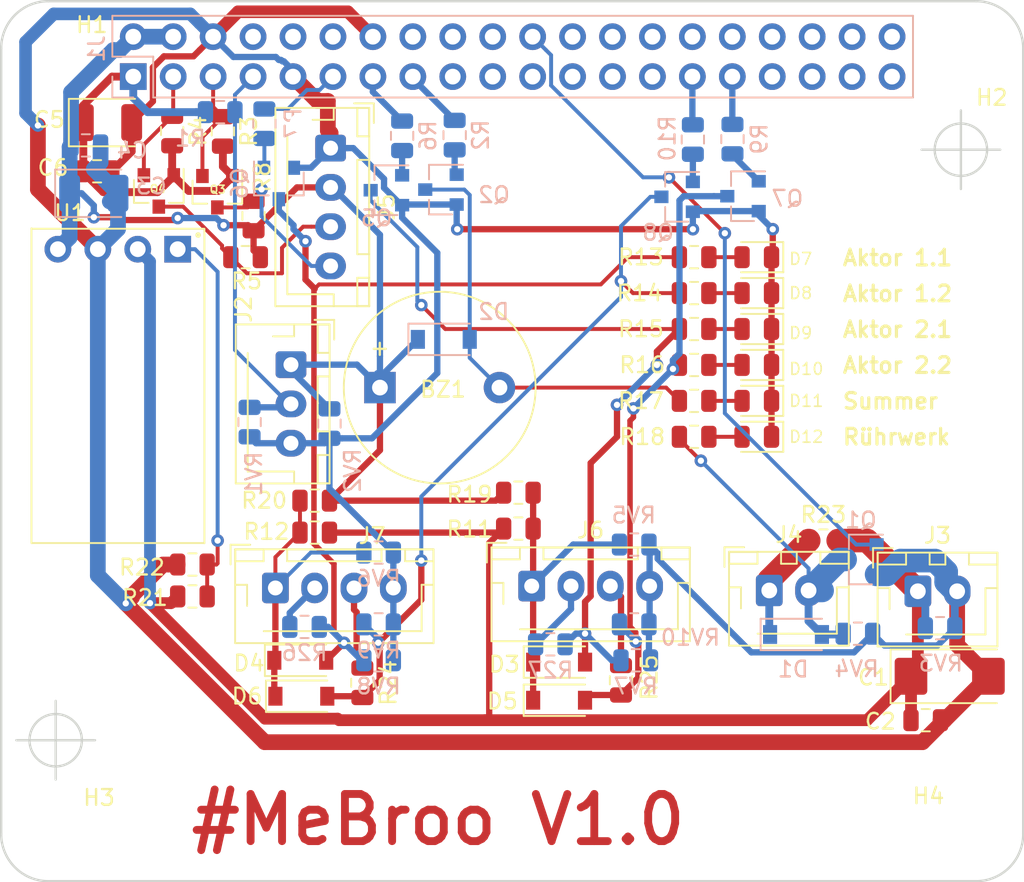
<source format=kicad_pcb>
(kicad_pcb (version 20171130) (host pcbnew "(5.0.2)-1")
  (layers (0 F.Cu signal) (31 B.Cu signal) (34 B.Paste user hide) (35 F.Paste user hide) (36 B.SilkS user) (37 F.SilkS user) (38 B.Mask user hide) (39 F.Mask user hide) (44 Edge.Cuts user))
  (net 0 "")
  (net 1 "Net-(J1-Pad8)")
  (net 2 "Net-(J1-Pad10)")
  (net 3 "Net-(J1-Pad12)")
  (net 4 "Net-(J1-Pad16)")
  (net 5 "Net-(J1-Pad18)")
  (net 6 "Net-(J1-Pad19)")
  (net 7 "Net-(J1-Pad21)")
  (net 8 "Net-(J1-Pad23)")
  (net 9 "Net-(J1-Pad24)")
  (net 10 "Net-(J1-Pad26)")
  (net 11 "Net-(J1-Pad27)")
  (net 12 "Net-(J1-Pad28)")
  (net 13 "Net-(J1-Pad32)")
  (net 14 "Net-(J1-Pad33)")
  (net 15 "Net-(J1-Pad35)")
  (net 16 "Net-(J1-Pad36)")
  (net 17 "Net-(J1-Pad37)")
  (net 18 "Net-(J1-Pad38)")
  (net 19 "Net-(J1-Pad40)")
  (net 20 "Net-(Q2-Pad1)")
  (net 21 /GPIO_17)
  (net 22 /GPIO_27)
  (net 23 /GPIO_22)
  (net 24 GND)
  (net 25 +3V3)
  (net 26 +5V)
  (net 27 /SDA)
  (net 28 /SCL)
  (net 29 /GPIO_4)
  (net 30 /GPIO_25)
  (net 31 "Net-(Q7-Pad1)")
  (net 32 /GPIO_6)
  (net 33 /GPIO_5)
  (net 34 /SDA_5V)
  (net 35 /SCL_5V)
  (net 36 /AKT_1_2)
  (net 37 /AKT_2_2)
  (net 38 "Net-(BZ1-Pad2)")
  (net 39 /AKT_2_1)
  (net 40 /AKT_1_1)
  (net 41 +12V)
  (net 42 /STIRRER)
  (net 43 "Net-(D3-Pad1)")
  (net 44 "Net-(D4-Pad1)")
  (net 45 "Net-(D12-Pad2)")
  (net 46 "Net-(Q5-Pad1)")
  (net 47 "Net-(Q6-Pad1)")
  (net 48 "Net-(Q8-Pad1)")
  (net 49 "Net-(D7-Pad2)")
  (net 50 "Net-(D8-Pad2)")
  (net 51 "Net-(D9-Pad2)")
  (net 52 "Net-(D10-Pad2)")
  (net 53 "Net-(D11-Pad2)")
  (net 54 /BUZZER)
  (net 55 "Net-(R21-Pad1)")
  (net 56 "Net-(J7-Pad3)")
  (net 57 "Net-(J7-Pad2)")
  (net 58 "Net-(D1-Pad1)")
  (net 59 "Net-(J6-Pad3)")
  (net 60 "Net-(J6-Pad2)")
  (module Diode_SMD:D_SOD-123 (layer F.Cu) (at 130.184 60.5583)
    (fp_text reference D3 (at -3.48134 0.14478) (layer F.SilkS))
    (fp_text value 1N4148W)
    (pad 1 smd rect (at -1.65 0) (size 0.9 1.2) (layers F.Cu F.Paste F.Mask) (net 43 "Net-(D3-Pad1)"))
    (pad 2 smd rect (at 1.65 0) (size 0.9 1.2) (layers F.Cu F.Paste F.Mask) (net 39 /AKT_2_1))
  )
  (module my_footprints:Varistor_0805_2012Metric (layer B.Cu) (at 118.7045 60.444)
    (fp_text reference RV8 (at 0 1.65) (layer B.SilkS) (effects (justify mirror)))
    (fp_text value Varistor hide)
    (pad 2 smd roundrect (at 0.9375 0) (size 0.975 1.4) (layers B.Cu B.Paste B.Mask) (net 24 GND))
    (pad 1 smd roundrect (at -0.9375 0) (size 0.975 1.4) (layers B.Cu B.Paste B.Mask) (net 40 /AKT_1_1))
  )
  (module Resistor_SMD:R_0805_2012Metric (layer B.Cu) (at 129.6265 59.428)
    (fp_text reference R27 (at 0 1.65) (layer B.SilkS) (effects (justify mirror)))
    (fp_text value R)
    (pad 1 smd roundrect (at -0.9375 0) (size 0.975 1.4) (layers B.Cu B.Paste B.Mask) (net 60 "Net-(J6-Pad2)"))
    (pad 2 smd roundrect (at 0.9375 0) (size 0.975 1.4) (layers B.Cu B.Paste B.Mask) (net 39 /AKT_2_1))
  )
  (module Resistor_SMD:R_0805_2012Metric (layer F.Cu) (at 134.12 61.714 270)
    (fp_text reference R25 (at -0.18034 -1.79832 270) (layer F.SilkS))
    (fp_text value R)
    (pad 1 smd roundrect (at -0.9375 0 270) (size 0.975 1.4) (layers F.Cu F.Paste F.Mask) (net 59 "Net-(J6-Pad3)"))
    (pad 2 smd roundrect (at 0.9375 0 270) (size 0.975 1.4) (layers F.Cu F.Paste F.Mask) (net 37 /AKT_2_2))
  )
  (module Resistor_SMD:R_0805_2012Metric (layer F.Cu) (at 146.9955 52.824)
    (fp_text reference R23 (at 0 -1.65) (layer F.SilkS))
    (fp_text value 0R)
    (pad 1 smd roundrect (at -0.9375 0) (size 0.975 1.4) (layers F.Cu F.Paste F.Mask) (net 58 "Net-(D1-Pad1)"))
    (pad 2 smd roundrect (at 0.9375 0) (size 0.975 1.4) (layers F.Cu F.Paste F.Mask) (net 41 +12V))
  )
  (module Resistor_SMD:R_0805_2012Metric (layer F.Cu) (at 106.8635 54.348 180)
    (fp_text reference R22 (at 3.2108 -0.1778 180) (layer F.SilkS))
    (fp_text value 0R)
    (pad 2 smd roundrect (at 0.9375 0 180) (size 0.975 1.4) (layers F.Cu F.Paste F.Mask) (net 24 GND))
    (pad 1 smd roundrect (at -0.9375 0 180) (size 0.975 1.4) (layers F.Cu F.Paste F.Mask) (net 55 "Net-(R21-Pad1)"))
  )
  (module Resistor_SMD:R_0805_2012Metric (layer F.Cu) (at 106.8635 56.38 180)
    (fp_text reference R21 (at 3.02538 -0.08128 180) (layer F.SilkS))
    (fp_text value 0R)
    (pad 1 smd roundrect (at -0.9375 0 180) (size 0.975 1.4) (layers F.Cu F.Paste F.Mask) (net 55 "Net-(R21-Pad1)"))
    (pad 2 smd roundrect (at 0.9375 0 180) (size 0.975 1.4) (layers F.Cu F.Paste F.Mask) (net 41 +12V))
  )
  (module Resistor_SMD:R_0805_2012Metric (layer B.Cu) (at 113.9928 58.31802)
    (fp_text reference R26 (at 0 1.65) (layer B.SilkS) (effects (justify mirror)))
    (fp_text value R)
    (pad 2 smd roundrect (at 0.9375 0) (size 0.975 1.4) (layers B.Cu B.Paste B.Mask) (net 40 /AKT_1_1))
    (pad 1 smd roundrect (at -0.9375 0) (size 0.975 1.4) (layers B.Cu B.Paste B.Mask) (net 57 "Net-(J7-Pad2)"))
  )
  (module Resistor_SMD:R_0805_2012Metric (layer F.Cu) (at 117.67096 61.87402 270)
    (fp_text reference R24 (at 0 -1.65 270) (layer F.SilkS))
    (fp_text value R)
    (pad 2 smd roundrect (at 0.9375 0 270) (size 0.975 1.4) (layers F.Cu F.Paste F.Mask) (net 36 /AKT_1_2))
    (pad 1 smd roundrect (at -0.9375 0 270) (size 0.975 1.4) (layers F.Cu F.Paste F.Mask) (net 56 "Net-(J7-Pad3)"))
  )
  (module my_footprints:TE818_SwitchingRegulator_Module (layer F.Cu) (at 105.926 34.282 270)
    (fp_text reference U1 (at -2.30886 6.85038 180) (layer F.SilkS))
    (fp_text value TE818)
    (pad 1 thru_hole rect (at 0 0 270) (size 1.7 1.7) (drill 1) (layers *.Cu *.Mask) (net 55 "Net-(R21-Pad1)"))
    (pad 2 thru_hole oval (at 0 2.54 270) (size 1.7 1.7) (drill 1) (layers *.Cu *.Mask) (net 41 +12V))
    (pad 3 thru_hole oval (at 0 5.08 270) (size 1.7 1.7) (drill 1) (layers *.Cu *.Mask) (net 24 GND))
    (pad 4 thru_hole oval (at 0 7.62 270) (size 1.7 1.7) (drill 1) (layers *.Cu *.Mask) (net 26 +5V))
  )
  (module Connector_JST:JST_XH_B04B-XH-AM_1x04_P2.50mm_Vertical (layer F.Cu) (at 115.65 27.85 270)
    (fp_text reference J5 (at 3.75 -3.55 270) (layer F.SilkS))
    (fp_text value Conn_01x04)
    (pad 1 thru_hole roundrect (at 0 0 270) (size 1.7 1.95) (drill 0.95) (layers *.Cu *.Mask) (roundrect_rratio 0.147059) (net 24 GND))
    (pad 2 thru_hole oval (at 2.5 0 270) (size 1.7 1.95) (drill 0.95) (layers *.Cu *.Mask) (net 26 +5V))
    (pad 3 thru_hole oval (at 5 0 270) (size 1.7 1.95) (drill 0.95) (layers *.Cu *.Mask) (net 34 /SDA_5V))
    (pad 4 thru_hole oval (at 7.5 0 270) (size 1.7 1.95) (drill 0.95) (layers *.Cu *.Mask) (net 35 /SCL_5V))
    (pad "" np_thru_hole circle (at -1.6 2 270) (size 1.2 1.2) (drill 1.2) (layers *.Cu *.Mask))
  )
  (module Package_TO_SOT_SMD:SOT-23 (layer B.Cu) (at 122.67 30.49 180)
    (fp_text reference Q2 (at -3.37788 -0.33506 180) (layer B.SilkS) (effects (justify mirror)))
    (fp_text value BC848)
    (pad 1 smd rect (at -1 0.95 180) (size 0.9 0.8) (layers B.Cu B.Paste B.Mask) (net 20 "Net-(Q2-Pad1)"))
    (pad 2 smd rect (at -1 -0.95 180) (size 0.9 0.8) (layers B.Cu B.Paste B.Mask) (net 24 GND))
    (pad 3 smd rect (at 1 0 180) (size 0.9 0.8) (layers B.Cu B.Paste B.Mask) (net 54 /BUZZER))
  )
  (module Capacitor_Tantalum_SMD:CP_EIA-3528-21_Kemet-B (layer B.Cu) (at 100.592 30.726)
    (fp_text reference C3 (at 3.6576 -0.45212) (layer B.SilkS) (effects (justify mirror)))
    (fp_text value CP)
    (pad 2 smd roundrect (at 1.5375 0) (size 1.325 2.35) (layers B.Cu B.Paste B.Mask) (roundrect_rratio 0.188679) (net 24 GND))
    (pad 1 smd roundrect (at -1.5375 0) (size 1.325 2.35) (layers B.Cu B.Paste B.Mask) (roundrect_rratio 0.188679) (net 26 +5V))
  )
  (module Capacitor_Tantalum_SMD:CP_EIA-3528-21_Kemet-B (layer F.Cu) (at 101.4625 26.225)
    (fp_text reference C5 (at -3.70514 -0.1853) (layer F.SilkS))
    (fp_text value CP)
    (pad 1 smd roundrect (at -1.5375 0) (size 1.325 2.35) (layers F.Cu F.Paste F.Mask) (roundrect_rratio 0.188679) (net 25 +3V3))
    (pad 2 smd roundrect (at 1.5375 0) (size 1.325 2.35) (layers F.Cu F.Paste F.Mask) (roundrect_rratio 0.188679) (net 24 GND))
  )
  (module Resistor_SMD:R_0805_2012Metric (layer B.Cu) (at 138.69 27.3025 90)
    (fp_text reference R10 (at 0.069 -1.6236 90) (layer B.SilkS) (effects (justify mirror)))
    (fp_text value R)
    (pad 1 smd roundrect (at -0.9375 0 90) (size 0.975 1.4) (layers B.Cu B.Paste B.Mask) (net 48 "Net-(Q8-Pad1)"))
    (pad 2 smd roundrect (at 0.9375 0 90) (size 0.975 1.4) (layers B.Cu B.Paste B.Mask) (net 33 /GPIO_5))
  )
  (module Resistor_SMD:R_0805_2012Metric (layer F.Cu) (at 108.8 26.7875 270)
    (fp_text reference R3 (at 0 -1.65 270) (layer F.SilkS))
    (fp_text value 10k)
    (pad 2 smd roundrect (at 0.9375 0 270) (size 0.975 1.4) (layers F.Cu F.Paste F.Mask) (net 25 +3V3))
    (pad 1 smd roundrect (at -0.9375 0 270) (size 0.975 1.4) (layers F.Cu F.Paste F.Mask) (net 28 /SCL))
  )
  (module Resistor_SMD:R_0805_2012Metric (layer B.Cu) (at 123.54 27.0225 90)
    (fp_text reference R2 (at 0 1.65 90) (layer B.SilkS) (effects (justify mirror)))
    (fp_text value R)
    (pad 1 smd roundrect (at -0.9375 0 90) (size 0.975 1.4) (layers B.Cu B.Paste B.Mask) (net 20 "Net-(Q2-Pad1)"))
    (pad 2 smd roundrect (at 0.9375 0 90) (size 0.975 1.4) (layers B.Cu B.Paste B.Mask) (net 23 /GPIO_22))
  )
  (module Resistor_SMD:R_0805_2012Metric (layer B.Cu) (at 108.63 25.56 180)
    (fp_text reference R1 (at 1.89882 -1.67604 180) (layer B.SilkS) (effects (justify mirror)))
    (fp_text value 4k7)
    (pad 1 smd roundrect (at -0.9375 0 180) (size 0.975 1.4) (layers B.Cu B.Paste B.Mask) (net 29 /GPIO_4))
    (pad 2 smd roundrect (at 0.9375 0 180) (size 0.975 1.4) (layers B.Cu B.Paste B.Mask) (net 25 +3V3))
  )
  (module Package_TO_SOT_SMD:SOT-23 (layer F.Cu) (at 108.45 30.625 270)
    (fp_text reference Q3 (at -0.14284 -0.02108 180) (layer F.SilkS) (effects (font (size 0.5 0.5) (thickness 0.1))))
    (fp_text value 2N7002)
    (pad 3 smd rect (at 1 0 270) (size 0.9 0.8) (layers F.Cu F.Paste F.Mask) (net 35 /SCL_5V))
    (pad 2 smd rect (at -1 0.95 270) (size 0.9 0.8) (layers F.Cu F.Paste F.Mask) (net 28 /SCL))
    (pad 1 smd rect (at -1 -0.95 270) (size 0.9 0.8) (layers F.Cu F.Paste F.Mask) (net 25 +3V3))
  )
  (module Connector_PinSocket_2.54mm:PinSocket_2x20_P2.54mm_Vertical (layer B.Cu) (at 103.1 23.3 270)
    (fp_text reference J1 (at -1.76626 2.33274 270) (layer B.SilkS) (effects (justify mirror)))
    (fp_text value Conn_02x20_Odd_Even)
    (pad 1 thru_hole rect (at 0 0 270) (size 1.7 1.7) (drill 1) (layers *.Cu *.Mask) (net 25 +3V3))
    (pad 2 thru_hole oval (at -2.54 0 270) (size 1.7 1.7) (drill 1) (layers *.Cu *.Mask) (net 26 +5V))
    (pad 3 thru_hole oval (at 0 -2.54 270) (size 1.7 1.7) (drill 1) (layers *.Cu *.Mask) (net 27 /SDA))
    (pad 4 thru_hole oval (at -2.54 -2.54 270) (size 1.7 1.7) (drill 1) (layers *.Cu *.Mask) (net 26 +5V))
    (pad 5 thru_hole oval (at 0 -5.08 270) (size 1.7 1.7) (drill 1) (layers *.Cu *.Mask) (net 28 /SCL))
    (pad 6 thru_hole oval (at -2.54 -5.08 270) (size 1.7 1.7) (drill 1) (layers *.Cu *.Mask) (net 24 GND))
    (pad 7 thru_hole oval (at 0 -7.62 270) (size 1.7 1.7) (drill 1) (layers *.Cu *.Mask) (net 29 /GPIO_4))
    (pad 8 thru_hole oval (at -2.54 -7.62 270) (size 1.7 1.7) (drill 1) (layers *.Cu *.Mask) (net 1 "Net-(J1-Pad8)"))
    (pad 9 thru_hole oval (at 0 -10.16 270) (size 1.7 1.7) (drill 1) (layers *.Cu *.Mask) (net 24 GND))
    (pad 10 thru_hole oval (at -2.54 -10.16 270) (size 1.7 1.7) (drill 1) (layers *.Cu *.Mask) (net 2 "Net-(J1-Pad10)"))
    (pad 11 thru_hole oval (at 0 -12.7 270) (size 1.7 1.7) (drill 1) (layers *.Cu *.Mask) (net 21 /GPIO_17))
    (pad 12 thru_hole oval (at -2.54 -12.7 270) (size 1.7 1.7) (drill 1) (layers *.Cu *.Mask) (net 3 "Net-(J1-Pad12)"))
    (pad 13 thru_hole oval (at 0 -15.24 270) (size 1.7 1.7) (drill 1) (layers *.Cu *.Mask) (net 22 /GPIO_27))
    (pad 14 thru_hole oval (at -2.54 -15.24 270) (size 1.7 1.7) (drill 1) (layers *.Cu *.Mask) (net 24 GND))
    (pad 15 thru_hole oval (at 0 -17.78 270) (size 1.7 1.7) (drill 1) (layers *.Cu *.Mask) (net 23 /GPIO_22))
    (pad 16 thru_hole oval (at -2.54 -17.78 270) (size 1.7 1.7) (drill 1) (layers *.Cu *.Mask) (net 4 "Net-(J1-Pad16)"))
    (pad 17 thru_hole oval (at 0 -20.32 270) (size 1.7 1.7) (drill 1) (layers *.Cu *.Mask) (net 25 +3V3))
    (pad 18 thru_hole oval (at -2.54 -20.32 270) (size 1.7 1.7) (drill 1) (layers *.Cu *.Mask) (net 5 "Net-(J1-Pad18)"))
    (pad 19 thru_hole oval (at 0 -22.86 270) (size 1.7 1.7) (drill 1) (layers *.Cu *.Mask) (net 6 "Net-(J1-Pad19)"))
    (pad 20 thru_hole oval (at -2.54 -22.86 270) (size 1.7 1.7) (drill 1) (layers *.Cu *.Mask) (net 24 GND))
    (pad 21 thru_hole oval (at 0 -25.4 270) (size 1.7 1.7) (drill 1) (layers *.Cu *.Mask) (net 7 "Net-(J1-Pad21)"))
    (pad 22 thru_hole oval (at -2.54 -25.4 270) (size 1.7 1.7) (drill 1) (layers *.Cu *.Mask) (net 30 /GPIO_25))
    (pad 23 thru_hole oval (at 0 -27.94 270) (size 1.7 1.7) (drill 1) (layers *.Cu *.Mask) (net 8 "Net-(J1-Pad23)"))
    (pad 24 thru_hole oval (at -2.54 -27.94 270) (size 1.7 1.7) (drill 1) (layers *.Cu *.Mask) (net 9 "Net-(J1-Pad24)"))
    (pad 25 thru_hole oval (at 0 -30.48 270) (size 1.7 1.7) (drill 1) (layers *.Cu *.Mask) (net 24 GND))
    (pad 26 thru_hole oval (at -2.54 -30.48 270) (size 1.7 1.7) (drill 1) (layers *.Cu *.Mask) (net 10 "Net-(J1-Pad26)"))
    (pad 27 thru_hole oval (at 0 -33.02 270) (size 1.7 1.7) (drill 1) (layers *.Cu *.Mask) (net 11 "Net-(J1-Pad27)"))
    (pad 28 thru_hole oval (at -2.54 -33.02 270) (size 1.7 1.7) (drill 1) (layers *.Cu *.Mask) (net 12 "Net-(J1-Pad28)"))
    (pad 29 thru_hole oval (at 0 -35.56 270) (size 1.7 1.7) (drill 1) (layers *.Cu *.Mask) (net 33 /GPIO_5))
    (pad 30 thru_hole oval (at -2.54 -35.56 270) (size 1.7 1.7) (drill 1) (layers *.Cu *.Mask) (net 24 GND))
    (pad 31 thru_hole oval (at 0 -38.1 270) (size 1.7 1.7) (drill 1) (layers *.Cu *.Mask) (net 32 /GPIO_6))
    (pad 32 thru_hole oval (at -2.54 -38.1 270) (size 1.7 1.7) (drill 1) (layers *.Cu *.Mask) (net 13 "Net-(J1-Pad32)"))
    (pad 33 thru_hole oval (at 0 -40.64 270) (size 1.7 1.7) (drill 1) (layers *.Cu *.Mask) (net 14 "Net-(J1-Pad33)"))
    (pad 34 thru_hole oval (at -2.54 -40.64 270) (size 1.7 1.7) (drill 1) (layers *.Cu *.Mask) (net 24 GND))
    (pad 35 thru_hole oval (at 0 -43.18 270) (size 1.7 1.7) (drill 1) (layers *.Cu *.Mask) (net 15 "Net-(J1-Pad35)"))
    (pad 36 thru_hole oval (at -2.54 -43.18 270) (size 1.7 1.7) (drill 1) (layers *.Cu *.Mask) (net 16 "Net-(J1-Pad36)"))
    (pad 37 thru_hole oval (at 0 -45.72 270) (size 1.7 1.7) (drill 1) (layers *.Cu *.Mask) (net 17 "Net-(J1-Pad37)"))
    (pad 38 thru_hole oval (at -2.54 -45.72 270) (size 1.7 1.7) (drill 1) (layers *.Cu *.Mask) (net 18 "Net-(J1-Pad38)"))
    (pad 39 thru_hole oval (at 0 -48.26 270) (size 1.7 1.7) (drill 1) (layers *.Cu *.Mask) (net 24 GND))
    (pad 40 thru_hole oval (at -2.54 -48.26 270) (size 1.7 1.7) (drill 1) (layers *.Cu *.Mask) (net 19 "Net-(J1-Pad40)"))
  )
  (module Capacitor_SMD:C_0805_2012Metric (layer F.Cu) (at 153.5025 64.254)
    (fp_text reference C2 (at -2.89028 0.0762) (layer F.SilkS))
    (fp_text value C)
    (pad 1 smd roundrect (at -0.9375 0) (size 0.975 1.4) (layers F.Cu F.Paste F.Mask) (net 41 +12V))
    (pad 2 smd roundrect (at 0.9375 0) (size 0.975 1.4) (layers F.Cu F.Paste F.Mask) (net 24 GND))
  )
  (module Capacitor_SMD:C_0805_2012Metric (layer B.Cu) (at 100.084 27.678)
    (fp_text reference C4 (at 2.95148 0.3175) (layer B.SilkS) (effects (justify mirror)))
    (fp_text value C)
    (pad 2 smd roundrect (at 0.9375 0) (size 0.975 1.4) (layers B.Cu B.Paste B.Mask) (net 24 GND))
    (pad 1 smd roundrect (at -0.9375 0) (size 0.975 1.4) (layers B.Cu B.Paste B.Mask) (net 26 +5V))
  )
  (module Capacitor_SMD:C_0805_2012Metric (layer F.Cu) (at 100.8 29.325)
    (fp_text reference C6 (at -2.80388 -0.22968) (layer F.SilkS))
    (fp_text value C)
    (pad 1 smd roundrect (at -0.9375 0) (size 0.975 1.4) (layers F.Cu F.Paste F.Mask) (net 25 +3V3))
    (pad 2 smd roundrect (at 0.9375 0) (size 0.975 1.4) (layers F.Cu F.Paste F.Mask) (net 24 GND))
  )
  (module Capacitor_Tantalum_SMD:CP_EIA-6032-28_Kemet-C (layer F.Cu) (at 155.0255 61.46)
    (fp_text reference C1 (at -4.8527 0.06858) (layer F.SilkS))
    (fp_text value CP)
    (pad 1 smd roundrect (at -2.4625 0) (size 2.075 2.35) (layers F.Cu F.Paste F.Mask) (roundrect_rratio 0.120482) (net 41 +12V))
    (pad 2 smd roundrect (at 2.4625 0) (size 2.075 2.35) (layers F.Cu F.Paste F.Mask) (roundrect_rratio 0.120482) (net 24 GND))
  )
  (module Connector_JST:JST_XH_B02B-XH-AM_1x02_P2.50mm_Vertical (layer F.Cu) (at 153 56.05)
    (fp_text reference J3 (at 1.25 -3.55) (layer F.SilkS))
    (fp_text value Conn_01x02)
    (pad "" np_thru_hole circle (at -1.6 2) (size 1.2 1.2) (drill 1.2) (layers *.Cu *.Mask))
    (pad 2 thru_hole oval (at 2.5 0) (size 1.7 2) (drill 1) (layers *.Cu *.Mask) (net 24 GND))
    (pad 1 thru_hole roundrect (at 0 0) (size 1.7 2) (drill 1) (layers *.Cu *.Mask) (roundrect_rratio 0.147059) (net 41 +12V))
  )
  (module Connector_JST:JST_XH_B02B-XH-AM_1x02_P2.50mm_Vertical (layer F.Cu) (at 143.55 56)
    (fp_text reference J4 (at 1.25 -3.55) (layer F.SilkS))
    (fp_text value Conn_01x02)
    (pad 1 thru_hole roundrect (at 0 0) (size 1.7 2) (drill 1) (layers *.Cu *.Mask) (roundrect_rratio 0.147059) (net 58 "Net-(D1-Pad1)"))
    (pad 2 thru_hole oval (at 2.5 0) (size 1.7 2) (drill 1) (layers *.Cu *.Mask) (net 42 /STIRRER))
    (pad "" np_thru_hole circle (at -1.6 2) (size 1.2 1.2) (drill 1.2) (layers *.Cu *.Mask))
  )
  (module Connector_JST:JST_XH_B04B-XH-AM_1x04_P2.50mm_Vertical (layer F.Cu) (at 128.44 55.72)
    (fp_text reference J6 (at 3.75 -3.55) (layer F.SilkS))
    (fp_text value Conn_01x04)
    (pad "" np_thru_hole circle (at -1.6 2) (size 1.2 1.2) (drill 1.2) (layers *.Cu *.Mask))
    (pad 4 thru_hole oval (at 7.5 0) (size 1.7 1.95) (drill 0.95) (layers *.Cu *.Mask) (net 24 GND))
    (pad 3 thru_hole oval (at 5 0) (size 1.7 1.95) (drill 0.95) (layers *.Cu *.Mask) (net 59 "Net-(J6-Pad3)"))
    (pad 2 thru_hole oval (at 2.5 0) (size 1.7 1.95) (drill 0.95) (layers *.Cu *.Mask) (net 60 "Net-(J6-Pad2)"))
    (pad 1 thru_hole roundrect (at 0 0) (size 1.7 1.95) (drill 0.95) (layers *.Cu *.Mask) (roundrect_rratio 0.147059) (net 43 "Net-(D3-Pad1)"))
  )
  (module Connector_JST:JST_XH_B04B-XH-AM_1x04_P2.50mm_Vertical (layer F.Cu) (at 112.14 55.84)
    (fp_text reference J7 (at 6.1558 -3.31826) (layer F.SilkS))
    (fp_text value Conn_01x04)
    (pad 1 thru_hole roundrect (at 0 0) (size 1.7 1.95) (drill 0.95) (layers *.Cu *.Mask) (roundrect_rratio 0.147059) (net 44 "Net-(D4-Pad1)"))
    (pad 2 thru_hole oval (at 2.5 0) (size 1.7 1.95) (drill 0.95) (layers *.Cu *.Mask) (net 57 "Net-(J7-Pad2)"))
    (pad 3 thru_hole oval (at 5 0) (size 1.7 1.95) (drill 0.95) (layers *.Cu *.Mask) (net 56 "Net-(J7-Pad3)"))
    (pad 4 thru_hole oval (at 7.5 0) (size 1.7 1.95) (drill 0.95) (layers *.Cu *.Mask) (net 24 GND))
    (pad "" np_thru_hole circle (at -1.6 2) (size 1.2 1.2) (drill 1.2) (layers *.Cu *.Mask))
  )
  (module LED_SMD:LED_0805_2012Metric (layer F.Cu) (at 142.756 34.79 180)
    (fp_text reference D7 (at -2.794 -0.11 180) (layer F.SilkS) (effects (font (size 0.75 0.75) (thickness 0.1))))
    (fp_text value green hide)
    (pad 2 smd roundrect (at 0.9375 0 180) (size 0.975 1.4) (layers F.Cu F.Paste F.Mask) (net 49 "Net-(D7-Pad2)"))
    (pad 1 smd roundrect (at -0.9375 0 180) (size 0.975 1.4) (layers F.Cu F.Paste F.Mask) (net 24 GND))
  )
  (module LED_SMD:LED_0805_2012Metric (layer F.Cu) (at 142.756 37.076 180)
    (fp_text reference D8 (at -2.794 0 180) (layer F.SilkS) (effects (font (size 0.75 0.75) (thickness 0.1))))
    (fp_text value green hide)
    (pad 1 smd roundrect (at -0.9375 0 180) (size 0.975 1.4) (layers F.Cu F.Paste F.Mask) (net 24 GND))
    (pad 2 smd roundrect (at 0.9375 0 180) (size 0.975 1.4) (layers F.Cu F.Paste F.Mask) (net 50 "Net-(D8-Pad2)"))
  )
  (module LED_SMD:LED_0805_2012Metric (layer F.Cu) (at 142.756 39.362 180)
    (fp_text reference D9 (at -2.794 -0.254 180) (layer F.SilkS) (effects (font (size 0.75 0.75) (thickness 0.1))))
    (fp_text value green hide)
    (pad 2 smd roundrect (at 0.9375 0 180) (size 0.975 1.4) (layers F.Cu F.Paste F.Mask) (net 51 "Net-(D9-Pad2)"))
    (pad 1 smd roundrect (at -0.9375 0 180) (size 0.975 1.4) (layers F.Cu F.Paste F.Mask) (net 24 GND))
  )
  (module LED_SMD:LED_0805_2012Metric (layer F.Cu) (at 142.756 41.648 180)
    (fp_text reference D10 (at -3.151142 -0.254 180) (layer F.SilkS) (effects (font (size 0.75 0.75) (thickness 0.1))))
    (fp_text value green hide)
    (pad 1 smd roundrect (at -0.9375 0 180) (size 0.975 1.4) (layers F.Cu F.Paste F.Mask) (net 24 GND))
    (pad 2 smd roundrect (at 0.9375 0 180) (size 0.975 1.4) (layers F.Cu F.Paste F.Mask) (net 52 "Net-(D10-Pad2)"))
  )
  (module LED_SMD:LED_0805_2012Metric (layer F.Cu) (at 142.756 43.934 180)
    (fp_text reference D11 (at -3.151142 0 180) (layer F.SilkS) (effects (font (size 0.75 0.75) (thickness 0.1))))
    (fp_text value green hide)
    (pad 2 smd roundrect (at 0.9375 0 180) (size 0.975 1.4) (layers F.Cu F.Paste F.Mask) (net 53 "Net-(D11-Pad2)"))
    (pad 1 smd roundrect (at -0.9375 0 180) (size 0.975 1.4) (layers F.Cu F.Paste F.Mask) (net 24 GND))
  )
  (module LED_SMD:LED_0805_2012Metric (layer F.Cu) (at 142.756 46.22 180)
    (fp_text reference D12 (at -3.151142 0 180) (layer F.SilkS) (effects (font (size 0.75 0.75) (thickness 0.1))))
    (fp_text value green hide)
    (pad 1 smd roundrect (at -0.9375 0 180) (size 0.975 1.4) (layers F.Cu F.Paste F.Mask) (net 24 GND))
    (pad 2 smd roundrect (at 0.9375 0 180) (size 0.975 1.4) (layers F.Cu F.Paste F.Mask) (net 45 "Net-(D12-Pad2)"))
  )
  (module Resistor_SMD:R_0805_2012Metric (layer B.Cu) (at 141.21 27.2775 90)
    (fp_text reference R9 (at 0.00844 1.70602 90) (layer B.SilkS) (effects (justify mirror)))
    (fp_text value R)
    (pad 2 smd roundrect (at 0.9375 0 90) (size 0.975 1.4) (layers B.Cu B.Paste B.Mask) (net 32 /GPIO_6))
    (pad 1 smd roundrect (at -0.9375 0 90) (size 0.975 1.4) (layers B.Cu B.Paste B.Mask) (net 31 "Net-(Q7-Pad1)"))
  )
  (module Resistor_SMD:R_0805_2012Metric (layer F.Cu) (at 114.6405 50.284 180)
    (fp_text reference R20 (at 3.2154 0.01524 180) (layer F.SilkS))
    (fp_text value 0R)
    (pad 1 smd roundrect (at -0.9375 0 180) (size 0.975 1.4) (layers F.Cu F.Paste F.Mask) (net 26 +5V))
    (pad 2 smd roundrect (at 0.9375 0 180) (size 0.975 1.4) (layers F.Cu F.Paste F.Mask) (net 44 "Net-(D4-Pad1)"))
  )
  (module Resistor_SMD:R_0805_2012Metric (layer F.Cu) (at 138.7705 43.934)
    (fp_text reference R17 (at -3.3805 0) (layer F.SilkS))
    (fp_text value R hide)
    (pad 2 smd roundrect (at 0.9375 0) (size 0.975 1.4) (layers F.Cu F.Paste F.Mask) (net 53 "Net-(D11-Pad2)"))
    (pad 1 smd roundrect (at -0.9375 0) (size 0.975 1.4) (layers F.Cu F.Paste F.Mask) (net 54 /BUZZER))
  )
  (module Resistor_SMD:R_0805_2012Metric (layer F.Cu) (at 138.7705 41.648)
    (fp_text reference R16 (at -3.302 0) (layer F.SilkS))
    (fp_text value R hide)
    (pad 1 smd roundrect (at -0.9375 0) (size 0.975 1.4) (layers F.Cu F.Paste F.Mask) (net 37 /AKT_2_2))
    (pad 2 smd roundrect (at 0.9375 0) (size 0.975 1.4) (layers F.Cu F.Paste F.Mask) (net 52 "Net-(D10-Pad2)"))
  )
  (module Resistor_SMD:R_0805_2012Metric (layer F.Cu) (at 138.7705 39.362)
    (fp_text reference R15 (at -3.3805 0) (layer F.SilkS))
    (fp_text value R hide)
    (pad 2 smd roundrect (at 0.9375 0) (size 0.975 1.4) (layers F.Cu F.Paste F.Mask) (net 51 "Net-(D9-Pad2)"))
    (pad 1 smd roundrect (at -0.9375 0) (size 0.975 1.4) (layers F.Cu F.Paste F.Mask) (net 39 /AKT_2_1))
  )
  (module Resistor_SMD:R_0805_2012Metric (layer F.Cu) (at 138.7705 37.076)
    (fp_text reference R14 (at -3.4775 0) (layer F.SilkS))
    (fp_text value R hide)
    (pad 1 smd roundrect (at -0.9375 0) (size 0.975 1.4) (layers F.Cu F.Paste F.Mask) (net 36 /AKT_1_2))
    (pad 2 smd roundrect (at 0.9375 0) (size 0.975 1.4) (layers F.Cu F.Paste F.Mask) (net 50 "Net-(D8-Pad2)"))
  )
  (module Resistor_SMD:R_0805_2012Metric (layer F.Cu) (at 138.7705 34.79)
    (fp_text reference R13 (at -3.3805 0) (layer F.SilkS))
    (fp_text value R hide)
    (pad 2 smd roundrect (at 0.9375 0) (size 0.975 1.4) (layers F.Cu F.Paste F.Mask) (net 49 "Net-(D7-Pad2)"))
    (pad 1 smd roundrect (at -0.9375 0) (size 0.975 1.4) (layers F.Cu F.Paste F.Mask) (net 40 /AKT_1_1))
  )
  (module Resistor_SMD:R_0805_2012Metric (layer F.Cu) (at 114.6405 52.316 180)
    (fp_text reference R12 (at 3.07062 0.0635 180) (layer F.SilkS))
    (fp_text value 0R)
    (pad 1 smd roundrect (at -0.9375 0 180) (size 0.975 1.4) (layers F.Cu F.Paste F.Mask) (net 41 +12V))
    (pad 2 smd roundrect (at 0.9375 0 180) (size 0.975 1.4) (layers F.Cu F.Paste F.Mask) (net 44 "Net-(D4-Pad1)"))
  )
  (module Resistor_SMD:R_0805_2012Metric (layer F.Cu) (at 127.5945 52.062)
    (fp_text reference R11 (at -3.11126 0.04318) (layer F.SilkS))
    (fp_text value R)
    (pad 2 smd roundrect (at 0.9375 0) (size 0.975 1.4) (layers F.Cu F.Paste F.Mask) (net 43 "Net-(D3-Pad1)"))
    (pad 1 smd roundrect (at -0.9375 0) (size 0.975 1.4) (layers F.Cu F.Paste F.Mask) (net 41 +12V))
  )
  (module Resistor_SMD:R_0805_2012Metric (layer B.Cu) (at 111.44 26.2975 90)
    (fp_text reference R7 (at 0.03428 1.83422 90) (layer B.SilkS) (effects (justify mirror)))
    (fp_text value R)
    (pad 2 smd roundrect (at 0.9375 0 90) (size 0.975 1.4) (layers B.Cu B.Paste B.Mask) (net 21 /GPIO_17))
    (pad 1 smd roundrect (at -0.9375 0 90) (size 0.975 1.4) (layers B.Cu B.Paste B.Mask) (net 47 "Net-(Q6-Pad1)"))
  )
  (module Resistor_SMD:R_0805_2012Metric (layer B.Cu) (at 120.2 27.0675 90)
    (fp_text reference R6 (at 0 1.65 90) (layer B.SilkS) (effects (justify mirror)))
    (fp_text value R)
    (pad 1 smd roundrect (at -0.9375 0 90) (size 0.975 1.4) (layers B.Cu B.Paste B.Mask) (net 46 "Net-(Q5-Pad1)"))
    (pad 2 smd roundrect (at 0.9375 0 90) (size 0.975 1.4) (layers B.Cu B.Paste B.Mask) (net 22 /GPIO_27))
  )
  (module Resistor_SMD:R_0805_2012Metric (layer F.Cu) (at 110.244 34.79)
    (fp_text reference R5 (at 0.0635 1.52654) (layer F.SilkS))
    (fp_text value 10k)
    (pad 1 smd roundrect (at -0.9375 0) (size 0.975 1.4) (layers F.Cu F.Paste F.Mask) (net 34 /SDA_5V))
    (pad 2 smd roundrect (at 0.9375 0) (size 0.975 1.4) (layers F.Cu F.Paste F.Mask) (net 26 +5V))
  )
  (module Resistor_SMD:R_0805_2012Metric (layer F.Cu) (at 105.575 26.7625 270)
    (fp_text reference R4 (at 0 -1.65 270) (layer F.SilkS))
    (fp_text value 10k)
    (pad 1 smd roundrect (at -0.9375 0 270) (size 0.975 1.4) (layers F.Cu F.Paste F.Mask) (net 27 /SDA))
    (pad 2 smd roundrect (at 0.9375 0 270) (size 0.975 1.4) (layers F.Cu F.Paste F.Mask) (net 25 +3V3))
  )
  (module Resistor_SMD:R_0805_2012Metric (layer F.Cu) (at 127.5945 49.776)
    (fp_text reference R19 (at -3.11126 0.10668) (layer F.SilkS))
    (fp_text value R)
    (pad 1 smd roundrect (at -0.9375 0) (size 0.975 1.4) (layers F.Cu F.Paste F.Mask) (net 26 +5V))
    (pad 2 smd roundrect (at 0.9375 0) (size 0.975 1.4) (layers F.Cu F.Paste F.Mask) (net 43 "Net-(D3-Pad1)"))
  )
  (module Resistor_SMD:R_0805_2012Metric (layer F.Cu) (at 138.7705 46.22)
    (fp_text reference R18 (at -3.302 0) (layer F.SilkS))
    (fp_text value R)
    (pad 2 smd roundrect (at 0.9375 0) (size 0.975 1.4) (layers F.Cu F.Paste F.Mask) (net 45 "Net-(D12-Pad2)"))
    (pad 1 smd roundrect (at -0.9375 0) (size 0.975 1.4) (layers F.Cu F.Paste F.Mask) (net 42 /STIRRER))
  )
  (module Resistor_SMD:R_0805_2012Metric (layer F.Cu) (at 110.752 32.1715 270)
    (fp_text reference R8 (at -2.46404 -0.55626 270) (layer F.SilkS))
    (fp_text value 10k)
    (pad 2 smd roundrect (at 0.9375 0 270) (size 0.975 1.4) (layers F.Cu F.Paste F.Mask) (net 26 +5V))
    (pad 1 smd roundrect (at -0.9375 0 270) (size 0.975 1.4) (layers F.Cu F.Paste F.Mask) (net 35 /SCL_5V))
  )
  (module my_footprints:Varistor_0805_2012Metric (layer B.Cu) (at 118.7045 53.586)
    (fp_text reference RV6 (at 0 1.65) (layer B.SilkS) (effects (justify mirror)))
    (fp_text value Varistor)
    (pad 2 smd roundrect (at 0.9375 0) (size 0.975 1.4) (layers B.Cu B.Paste B.Mask) (net 24 GND))
    (pad 1 smd roundrect (at -0.9375 0) (size 0.975 1.4) (layers B.Cu B.Paste B.Mask) (net 44 "Net-(D4-Pad1)"))
  )
  (module my_footprints:Varistor_0805_2012Metric (layer B.Cu) (at 118.7045 58.158)
    (fp_text reference RV9 (at 0 1.65) (layer B.SilkS) (effects (justify mirror)))
    (fp_text value Varistor hide)
    (pad 1 smd roundrect (at -0.9375 0) (size 0.975 1.4) (layers B.Cu B.Paste B.Mask) (net 36 /AKT_1_2))
    (pad 2 smd roundrect (at 0.9375 0) (size 0.975 1.4) (layers B.Cu B.Paste B.Mask) (net 24 GND))
  )
  (module my_footprints:Varistor_0805_2012Metric (layer B.Cu) (at 135.0575 60.444)
    (fp_text reference RV7 (at 0 1.65) (layer B.SilkS) (effects (justify mirror)))
    (fp_text value Varistor)
    (pad 1 smd roundrect (at -0.9375 0) (size 0.975 1.4) (layers B.Cu B.Paste B.Mask) (net 39 /AKT_2_1))
    (pad 2 smd roundrect (at 0.9375 0) (size 0.975 1.4) (layers B.Cu B.Paste B.Mask) (net 24 GND))
  )
  (module my_footprints:Varistor_0805_2012Metric (layer B.Cu) (at 110.498 45.2825 270)
    (fp_text reference RV1 (at 3.29208 -0.27432 270) (layer B.SilkS) (effects (justify mirror)))
    (fp_text value Varistor)
    (pad 2 smd roundrect (at 0.9375 0 270) (size 0.975 1.4) (layers B.Cu B.Paste B.Mask) (net 24 GND))
    (pad 1 smd roundrect (at -0.9375 0 270) (size 0.975 1.4) (layers B.Cu B.Paste B.Mask) (net 29 /GPIO_4))
  )
  (module my_footprints:Varistor_0805_2012Metric (layer B.Cu) (at 115.578 45.3795 270)
    (fp_text reference RV2 (at 2.99696 -1.47066 270) (layer B.SilkS) (effects (justify mirror)))
    (fp_text value Varistor)
    (pad 1 smd roundrect (at -0.9375 0 270) (size 0.975 1.4) (layers B.Cu B.Paste B.Mask) (net 26 +5V))
    (pad 2 smd roundrect (at 0.9375 0 270) (size 0.975 1.4) (layers B.Cu B.Paste B.Mask) (net 24 GND))
  )
  (module my_footprints:Varistor_0805_2012Metric (layer B.Cu) (at 154.4125 58.4)
    (fp_text reference RV3 (at 0.04528 2.23704) (layer B.SilkS) (effects (justify mirror)))
    (fp_text value Varistor)
    (pad 2 smd roundrect (at 0.9375 0) (size 0.975 1.4) (layers B.Cu B.Paste B.Mask) (net 24 GND))
    (pad 1 smd roundrect (at -0.9375 0) (size 0.975 1.4) (layers B.Cu B.Paste B.Mask) (net 41 +12V))
  )
  (module my_footprints:Varistor_0805_2012Metric (layer B.Cu) (at 134.9605 53.078)
    (fp_text reference RV5 (at -0.0277 -1.86436) (layer B.SilkS) (effects (justify mirror)))
    (fp_text value Varistor)
    (pad 1 smd roundrect (at -0.9375 0) (size 0.975 1.4) (layers B.Cu B.Paste B.Mask) (net 43 "Net-(D3-Pad1)"))
    (pad 2 smd roundrect (at 0.9375 0) (size 0.975 1.4) (layers B.Cu B.Paste B.Mask) (net 24 GND))
  )
  (module my_footprints:Varistor_0805_2012Metric (layer B.Cu) (at 149.1875 58.75)
    (fp_text reference RV4 (at -0.07896 2.2401) (layer B.SilkS) (effects (justify mirror)))
    (fp_text value Varistor)
    (pad 2 smd roundrect (at 0.9375 0) (size 0.975 1.4) (layers B.Cu B.Paste B.Mask) (net 24 GND))
    (pad 1 smd roundrect (at -0.9375 0) (size 0.975 1.4) (layers B.Cu B.Paste B.Mask) (net 42 /STIRRER))
  )
  (module my_footprints:Varistor_0805_2012Metric (layer B.Cu) (at 134.9605 58.158)
    (fp_text reference RV10 (at 3.57656 0.83566) (layer B.SilkS) (effects (justify mirror)))
    (fp_text value Varistor)
    (pad 1 smd roundrect (at -0.9375 0) (size 0.975 1.4) (layers B.Cu B.Paste B.Mask) (net 37 /AKT_2_2))
    (pad 2 smd roundrect (at 0.9375 0) (size 0.975 1.4) (layers B.Cu B.Paste B.Mask) (net 24 GND))
  )
  (module Buzzer_Beeper:Buzzer_12x9.5RM7.6 (layer F.Cu) (at 118.79 43.09)
    (fp_text reference BZ1 (at 4.00668 0.11248) (layer F.SilkS))
    (fp_text value Buzzer)
    (fp_text user + (at -0.01 -2.54) (layer F.SilkS))
    (pad 1 thru_hole rect (at 0 0) (size 2 2) (drill 1) (layers *.Cu *.Mask) (net 26 +5V))
    (pad 2 thru_hole circle (at 7.6 0) (size 2 2) (drill 1) (layers *.Cu *.Mask) (net 54 /BUZZER))
  )
  (module Package_TO_SOT_SMD:SOT-23 (layer B.Cu) (at 141.88 30.91 180)
    (fp_text reference Q7 (at -2.82418 -0.14366 180) (layer B.SilkS) (effects (justify mirror)))
    (fp_text value BC848)
    (pad 3 smd rect (at 1 0 180) (size 0.9 0.8) (layers B.Cu B.Paste B.Mask) (net 37 /AKT_2_2))
    (pad 2 smd rect (at -1 -0.95 180) (size 0.9 0.8) (layers B.Cu B.Paste B.Mask) (net 24 GND))
    (pad 1 smd rect (at -1 0.95 180) (size 0.9 0.8) (layers B.Cu B.Paste B.Mask) (net 31 "Net-(Q7-Pad1)"))
  )
  (module Package_TO_SOT_SMD:SOT-23 (layer F.Cu) (at 104.725 30.575 270)
    (fp_text reference Q4 (at -0.12586 0.05884 180) (layer F.SilkS) (effects (font (size 0.5 0.5) (thickness 0.1))))
    (fp_text value 2N7002)
    (pad 1 smd rect (at -1 -0.95 270) (size 0.9 0.8) (layers F.Cu F.Paste F.Mask) (net 25 +3V3))
    (pad 2 smd rect (at -1 0.95 270) (size 0.9 0.8) (layers F.Cu F.Paste F.Mask) (net 27 /SDA))
    (pad 3 smd rect (at 1 0 270) (size 0.9 0.8) (layers F.Cu F.Paste F.Mask) (net 34 /SDA_5V))
  )
  (module Diode_SMD:D_SOD-123 (layer B.Cu) (at 122.85 40.02)
    (fp_text reference D2 (at 3.17756 -1.76036) (layer B.SilkS) (effects (justify mirror)))
    (fp_text value 1N4148W)
    (pad 2 smd rect (at 1.65 0) (size 0.9 1.2) (layers B.Cu B.Paste B.Mask) (net 54 /BUZZER))
    (pad 1 smd rect (at -1.65 0) (size 0.9 1.2) (layers B.Cu B.Paste B.Mask) (net 26 +5V))
  )
  (module Diode_SMD:D_SOD-123 (layer F.Cu) (at 113.72 60.444)
    (fp_text reference D4 (at -3.2601 0.18542) (layer F.SilkS))
    (fp_text value 1N4148W)
    (pad 2 smd rect (at 1.65 0) (size 0.9 1.2) (layers F.Cu F.Paste F.Mask) (net 40 /AKT_1_1))
    (pad 1 smd rect (at -1.65 0) (size 0.9 1.2) (layers F.Cu F.Paste F.Mask) (net 44 "Net-(D4-Pad1)"))
  )
  (module Diode_SMD:D_SOD-123 (layer F.Cu) (at 130.182 62.984)
    (fp_text reference D5 (at -3.61088 0.06096) (layer F.SilkS))
    (fp_text value 1N4148W)
    (pad 1 smd rect (at -1.65 0) (size 0.9 1.2) (layers F.Cu F.Paste F.Mask) (net 43 "Net-(D3-Pad1)"))
    (pad 2 smd rect (at 1.65 0) (size 0.9 1.2) (layers F.Cu F.Paste F.Mask) (net 37 /AKT_2_2))
  )
  (module Diode_SMD:D_SOD-123 (layer F.Cu) (at 113.79 62.73)
    (fp_text reference D6 (at -3.45202 0) (layer F.SilkS))
    (fp_text value 1N4148W)
    (pad 2 smd rect (at 1.65 0) (size 0.9 1.2) (layers F.Cu F.Paste F.Mask) (net 36 /AKT_1_2))
    (pad 1 smd rect (at -1.65 0) (size 0.9 1.2) (layers F.Cu F.Paste F.Mask) (net 44 "Net-(D4-Pad1)"))
  )
  (module Diode_SMD:D_SOD-123 (layer B.Cu) (at 145.25 58.8)
    (fp_text reference D1 (at -0.1826 2.21296) (layer B.SilkS) (effects (justify mirror)))
    (fp_text value 1N4148W)
    (pad 1 smd rect (at -1.65 0) (size 0.9 1.2) (layers B.Cu B.Paste B.Mask) (net 58 "Net-(D1-Pad1)"))
    (pad 2 smd rect (at 1.65 0) (size 0.9 1.2) (layers B.Cu B.Paste B.Mask) (net 42 /STIRRER))
  )
  (module Package_TO_SOT_SMD:SOT-23 (layer B.Cu) (at 137.69 30.95 180)
    (fp_text reference Q8 (at 1.2078 -2.27028 180) (layer B.SilkS) (effects (justify mirror)))
    (fp_text value BC848)
    (pad 3 smd rect (at 1 0 180) (size 0.9 0.8) (layers B.Cu B.Paste B.Mask) (net 36 /AKT_1_2))
    (pad 2 smd rect (at -1 -0.95 180) (size 0.9 0.8) (layers B.Cu B.Paste B.Mask) (net 24 GND))
    (pad 1 smd rect (at -1 0.95 180) (size 0.9 0.8) (layers B.Cu B.Paste B.Mask) (net 48 "Net-(Q8-Pad1)"))
  )
  (module Package_TO_SOT_SMD:SOT-23 (layer B.Cu) (at 112.36 30.1 270)
    (fp_text reference Q6 (at 0 2.5 270) (layer B.SilkS) (effects (justify mirror)))
    (fp_text value BC848)
    (pad 1 smd rect (at -1 0.95 270) (size 0.9 0.8) (layers B.Cu B.Paste B.Mask) (net 47 "Net-(Q6-Pad1)"))
    (pad 2 smd rect (at -1 -0.95 270) (size 0.9 0.8) (layers B.Cu B.Paste B.Mask) (net 24 GND))
    (pad 3 smd rect (at 1 0 270) (size 0.9 0.8) (layers B.Cu B.Paste B.Mask) (net 40 /AKT_1_1))
  )
  (module Package_TO_SOT_SMD:SOT-23 (layer B.Cu) (at 149.376 54.028 180)
    (fp_text reference Q1 (at 0 2.5 180) (layer B.SilkS) (effects (justify mirror)))
    (fp_text value IRLML6244)
    (pad 3 smd rect (at 1 0 180) (size 0.9 0.8) (layers B.Cu B.Paste B.Mask) (net 42 /STIRRER))
    (pad 2 smd rect (at -1 -0.95 180) (size 0.9 0.8) (layers B.Cu B.Paste B.Mask) (net 24 GND))
    (pad 1 smd rect (at -1 0.95 180) (size 0.9 0.8) (layers B.Cu B.Paste B.Mask) (net 30 /GPIO_25))
  )
  (module Package_TO_SOT_SMD:SOT-23 (layer B.Cu) (at 119.2 30.53 180)
    (fp_text reference Q5 (at 0.6248 -1.7708 180) (layer B.SilkS) (effects (justify mirror)))
    (fp_text value BC848)
    (pad 1 smd rect (at -1 0.95 180) (size 0.9 0.8) (layers B.Cu B.Paste B.Mask) (net 46 "Net-(Q5-Pad1)"))
    (pad 2 smd rect (at -1 -0.95 180) (size 0.9 0.8) (layers B.Cu B.Paste B.Mask) (net 24 GND))
    (pad 3 smd rect (at 1 0 180) (size 0.9 0.8) (layers B.Cu B.Paste B.Mask) (net 39 /AKT_2_1))
  )
  (module MountingHole:MountingHole_2.7mm_M2.5_ISO7380 (layer F.Cu) (at 156.2 71)
    (fp_text reference H4 (at -2.52454 -1.92254) (layer F.SilkS))
    (fp_text value MountingHole)
    (pad 1 np_thru_hole circle (at 0 0) (size 2.7 2.7) (drill 2.7) (layers *.Cu *.Mask))
  )
  (module MountingHole:MountingHole_2.7mm_M2.5_ISO7380 (layer F.Cu) (at 98.2 71)
    (fp_text reference H3 (at 2.72474 -1.8184) (layer F.SilkS))
    (fp_text value MountingHole)
    (pad 1 np_thru_hole circle (at 0 0) (size 2.7 2.7) (drill 2.7) (layers *.Cu *.Mask))
  )
  (module MountingHole:MountingHole_2.7mm_M2.5_ISO7380 (layer F.Cu) (at 156.2 22)
    (fp_text reference H2 (at 1.49882 2.63254) (layer F.SilkS))
    (fp_text value MountingHole hide)
    (pad 1 np_thru_hole circle (at 0 0) (size 2.7 2.7) (drill 2.7) (layers *.Cu *.Mask))
  )
  (module MountingHole:MountingHole_2.7mm_M2.5_ISO7380 (layer F.Cu) (at 98.2 22)
    (fp_text reference H1 (at 2.26246 -1.99534) (layer F.SilkS))
    (fp_text value MountingHole)
    (pad 1 np_thru_hole circle (at 0 0) (size 2.7 2.7) (drill 2.7) (layers *.Cu *.Mask))
  )
  (module Connector_JST:JST_XH_B03B-XH-AM_1x03_P2.50mm_Vertical (layer F.Cu) (at 113.13 41.63 270)
    (fp_text reference J2 (at -3.53038 3.013 270) (layer F.SilkS))
    (fp_text value Conn_01x03)
    (pad 1 thru_hole roundrect (at 0 0 270) (size 1.7 1.95) (drill 0.95) (layers *.Cu *.Mask) (roundrect_rratio 0.147059) (net 26 +5V))
    (pad 2 thru_hole oval (at 2.5 0 270) (size 1.7 1.95) (drill 0.95) (layers *.Cu *.Mask) (net 29 /GPIO_4))
    (pad 3 thru_hole oval (at 5 0 270) (size 1.7 1.95) (drill 0.95) (layers *.Cu *.Mask) (net 24 GND))
    (pad "" np_thru_hole circle (at -1.6 2 270) (size 1.2 1.2) (drill 1.2) (layers *.Cu *.Mask))
  )
  (gr_text "#MeBroo V1.0" (at 122.49188 70.58876) (layer F.Cu) (effects (font (size 3 3) (thickness 0.5))))
  (gr_text Rührwerk (at 151.63732 46.23016) (layer F.SilkS) (effects (font (size 1 1) (thickness 0.2))))
  (gr_text Summer (at 151.256368 43.950764) (layer F.SilkS) (effects (font (size 1 1) (thickness 0.2))))
  (gr_text "Aktor 2.2" (at 151.708749 41.671368) (layer F.SilkS) (effects (font (size 1 1) (thickness 0.2))))
  (gr_text "Aktor 2.1" (at 151.708749 39.391972) (layer F.SilkS) (effects (font (size 1 1) (thickness 0.2))))
  (gr_text "Aktor 1.2" (at 151.708749 37.112576) (layer F.SilkS) (effects (font (size 1 1) (thickness 0.2))))
  (gr_text "Aktor 1.1" (at 151.708749 34.83318) (layer F.SilkS) (effects (font (size 1 1) (thickness 0.2))))
  (target plus (at 155.73794 27.95232) (size 5) (width 0.15) (layer Edge.Cuts))
  (target plus (at 98.167102 65.52908) (size 5) (width 0.15) (layer Edge.Cuts))
  (gr_arc (start 97.7 71.5) (end 94.7 71.5) (angle -90) (layer Edge.Cuts) (width 0.15))
  (gr_arc (start 156.7 71.5) (end 156.7 74.5) (angle -90) (layer Edge.Cuts) (width 0.15))
  (gr_arc (start 156.7 21.5) (end 159.7 21.5) (angle -90) (layer Edge.Cuts) (width 0.15))
  (gr_arc (start 97.7 21.5) (end 97.7 18.5) (angle -90) (layer Edge.Cuts) (width 0.15))
  (gr_line (start 156.7 18.5) (end 97.7 18.5) (layer Edge.Cuts) (width 0.15))
  (gr_line (start 159.7 71.5) (end 159.7 21.5) (layer Edge.Cuts) (width 0.15))
  (gr_line (start 97.75 74.5) (end 156.75 74.5) (layer Edge.Cuts) (width 0.15))
  (gr_line (start 94.7 21.5) (end 94.7 71.5) (layer Edge.Cuts) (width 0.15))
  (segment (start 123.54 29.41) (end 123.67 29.54) (width 0.4) (layer B.Cu) (net 20))
  (segment (start 123.54 27.96) (end 123.54 29.41) (width 0.4) (layer B.Cu) (net 20))
  (segment (start 114.950001 24.149999) (end 115.8 23.3) (width 0.25) (layer B.Cu) (net 21))
  (segment (start 114.149003 24.149999) (end 114.950001 24.149999) (width 0.25) (layer B.Cu) (net 21))
  (segment (start 112.939002 25.36) (end 114.149003 24.149999) (width 0.25) (layer B.Cu) (net 21))
  (segment (start 111.44 25.36) (end 112.939002 25.36) (width 0.25) (layer B.Cu) (net 21))
  (segment (start 118.34 24.27) (end 120.2 26.13) (width 0.4) (layer B.Cu) (net 22))
  (segment (start 118.34 23.3) (end 118.34 24.27) (width 0.4) (layer B.Cu) (net 22))
  (segment (start 120.88 23.425) (end 123.54 26.085) (width 0.4) (layer B.Cu) (net 23))
  (segment (start 120.88 23.3) (end 120.88 23.425) (width 0.4) (layer B.Cu) (net 23))
  (segment (start 151.36 23.3) (end 151.36 23.34) (width 1) (layer B.Cu) (net 24))
  (segment (start 113.26 23.3) (end 114.810001 24.850001) (width 1) (layer F.Cu) (net 24))
  (segment (start 150.1 58.725) (end 150.125 58.75) (width 0.5) (layer B.Cu) (net 24))
  (segment (start 155.5 55.9) (end 155.5 56.05) (width 0.5) (layer B.Cu) (net 24))
  (segment (start 155.35 56.2) (end 155.5 56.05) (width 0.5) (layer B.Cu) (net 24))
  (segment (start 155.35 58.4) (end 155.35 56.2) (width 0.5) (layer B.Cu) (net 24))
  (segment (start 115.475 26.725) (end 115.475 24.850001) (width 1) (layer F.Cu) (net 24))
  (segment (start 115.65 26.9) (end 115.475 26.725) (width 1) (layer F.Cu) (net 24))
  (segment (start 115.65 27.85) (end 115.65 26.9) (width 1) (layer F.Cu) (net 24))
  (segment (start 114.810001 24.850001) (end 115.475 24.850001) (width 1) (layer F.Cu) (net 24))
  (segment (start 103 28.0625) (end 101.7375 29.325) (width 0.5) (layer F.Cu) (net 24))
  (segment (start 103 26.225) (end 103 28.0625) (width 0.5) (layer F.Cu) (net 24))
  (segment (start 104.350001 24.874999) (end 104.350001 22.709999) (width 0.4) (layer F.Cu) (net 24))
  (segment (start 103 26.225) (end 104.350001 24.874999) (width 0.4) (layer F.Cu) (net 24))
  (segment (start 107.330001 21.609999) (end 108.18 20.76) (width 0.4) (layer F.Cu) (net 24))
  (segment (start 106.929999 22.010001) (end 107.330001 21.609999) (width 0.4) (layer F.Cu) (net 24))
  (segment (start 105.049999 22.010001) (end 106.929999 22.010001) (width 0.4) (layer F.Cu) (net 24))
  (segment (start 104.350001 22.709999) (end 105.049999 22.010001) (width 0.4) (layer F.Cu) (net 24))
  (segment (start 112.97 23.01) (end 113.26 23.3) (width 0.4) (layer B.Cu) (net 24))
  (segment (start 112.97 22.62) (end 112.97 23.01) (width 0.4) (layer B.Cu) (net 24))
  (segment (start 112.68 22.33) (end 112.97 22.62) (width 0.4) (layer B.Cu) (net 24))
  (segment (start 112.59 22.33) (end 112.68 22.33) (width 0.4) (layer B.Cu) (net 24))
  (segment (start 112.5 22.24) (end 112.59 22.33) (width 0.4) (layer B.Cu) (net 24))
  (segment (start 112.36 22.24) (end 112.5 22.24) (width 0.4) (layer B.Cu) (net 24))
  (segment (start 112.169999 22.049999) (end 112.36 22.24) (width 0.4) (layer B.Cu) (net 24))
  (segment (start 109.469999 22.049999) (end 112.169999 22.049999) (width 0.4) (layer B.Cu) (net 24))
  (segment (start 108.18 20.76) (end 109.469999 22.049999) (width 0.4) (layer B.Cu) (net 24))
  (segment (start 120.24 31.44) (end 120.2 31.48) (width 0.4) (layer B.Cu) (net 24))
  (segment (start 123.67 31.44) (end 120.24 31.44) (width 0.4) (layer B.Cu) (net 24))
  (segment (start 116.725 27.85) (end 115.65 27.85) (width 0.4) (layer B.Cu) (net 24))
  (segment (start 117.090002 27.85) (end 116.725 27.85) (width 0.4) (layer B.Cu) (net 24))
  (segment (start 119.050001 29.809999) (end 117.090002 27.85) (width 0.4) (layer B.Cu) (net 24))
  (segment (start 119.050001 30.380001) (end 119.050001 29.809999) (width 0.4) (layer B.Cu) (net 24))
  (segment (start 120.15 31.48) (end 119.050001 30.380001) (width 0.4) (layer B.Cu) (net 24))
  (segment (start 120.2 31.48) (end 120.15 31.48) (width 0.4) (layer B.Cu) (net 24))
  (segment (start 114.4 29.1) (end 115.65 27.85) (width 0.4) (layer B.Cu) (net 24))
  (segment (start 113.31 29.1) (end 114.4 29.1) (width 0.4) (layer B.Cu) (net 24))
  (segment (start 142.88 31.86) (end 138.73 31.86) (width 0.4) (layer B.Cu) (net 24))
  (segment (start 142.88 31.86) (end 142.93 31.86) (width 0.4) (layer B.Cu) (net 24))
  (segment (start 115.265 46.63) (end 115.578 46.317) (width 0.4) (layer B.Cu) (net 24))
  (segment (start 113.13 46.63) (end 115.265 46.63) (width 0.4) (layer B.Cu) (net 24))
  (segment (start 110.908 46.63) (end 110.498 46.22) (width 0.4) (layer B.Cu) (net 24))
  (segment (start 113.13 46.63) (end 110.908 46.63) (width 0.4) (layer B.Cu) (net 24))
  (segment (start 119.642 55.838) (end 119.64 55.84) (width 0.4) (layer B.Cu) (net 24))
  (segment (start 119.642 53.586) (end 119.642 55.838) (width 0.4) (layer B.Cu) (net 24))
  (segment (start 119.642 55.842) (end 119.64 55.84) (width 0.4) (layer B.Cu) (net 24))
  (segment (start 119.642 58.158) (end 119.642 55.842) (width 0.4) (layer B.Cu) (net 24))
  (segment (start 119.642 60.444) (end 119.642 58.158) (width 0.4) (layer B.Cu) (net 24))
  (segment (start 135.94 53.12) (end 135.898 53.078) (width 0.4) (layer B.Cu) (net 24))
  (segment (start 135.94 55.72) (end 135.94 53.12) (width 0.4) (layer B.Cu) (net 24))
  (segment (start 135.94 58.116) (end 135.898 58.158) (width 0.4) (layer B.Cu) (net 24))
  (segment (start 135.94 55.72) (end 135.94 58.116) (width 0.4) (layer B.Cu) (net 24))
  (segment (start 135.898 60.347) (end 135.995 60.444) (width 0.4) (layer B.Cu) (net 24))
  (segment (start 135.898 58.158) (end 135.898 60.347) (width 0.4) (layer B.Cu) (net 24))
  (via (at 143.772 33.012) (size 0.8) (drill 0.4) (layers F.Cu B.Cu) (net 24))
  (segment (start 142.88 31.86) (end 142.88 32.12) (width 0.4) (layer B.Cu) (net 24))
  (segment (start 142.88 32.12) (end 143.772 33.012) (width 0.4) (layer B.Cu) (net 24))
  (segment (start 143.772 34.7115) (end 143.6935 34.79) (width 0.4) (layer F.Cu) (net 24))
  (segment (start 143.772 33.012) (end 143.772 34.7115) (width 0.4) (layer F.Cu) (net 24))
  (segment (start 143.6935 34.79) (end 143.6935 37.076) (width 0.4) (layer F.Cu) (net 24))
  (segment (start 143.6935 37.076) (end 143.6935 39.362) (width 0.4) (layer F.Cu) (net 24))
  (segment (start 143.6935 39.362) (end 143.6935 41.648) (width 0.4) (layer F.Cu) (net 24))
  (segment (start 143.6935 41.648) (end 143.6935 43.934) (width 0.4) (layer F.Cu) (net 24))
  (segment (start 143.6935 43.934) (end 143.6935 46.22) (width 0.4) (layer F.Cu) (net 24))
  (segment (start 149.568763 59.306237) (end 150.125 58.75) (width 0.4) (layer B.Cu) (net 24))
  (segment (start 148.939 59.936) (end 149.568763 59.306237) (width 0.4) (layer B.Cu) (net 24))
  (segment (start 142.405998 59.936) (end 148.939 59.936) (width 0.4) (layer B.Cu) (net 24))
  (segment (start 136.454237 53.984239) (end 142.405998 59.936) (width 0.4) (layer B.Cu) (net 24))
  (segment (start 136.454237 53.634237) (end 136.454237 53.984239) (width 0.4) (layer B.Cu) (net 24))
  (segment (start 135.898 53.078) (end 136.454237 53.634237) (width 0.4) (layer B.Cu) (net 24))
  (segment (start 120.2 32.28) (end 122.436 34.516) (width 0.4) (layer B.Cu) (net 24))
  (segment (start 120.2 31.48) (end 120.2 32.28) (width 0.4) (layer B.Cu) (net 24))
  (segment (start 116.378 46.317) (end 115.578 46.317) (width 0.4) (layer B.Cu) (net 24))
  (segment (start 118.283002 46.317) (end 116.378 46.317) (width 0.4) (layer B.Cu) (net 24))
  (segment (start 122.436 42.164002) (end 118.283002 46.317) (width 0.4) (layer B.Cu) (net 24))
  (segment (start 122.436 34.516) (end 122.436 42.164002) (width 0.4) (layer B.Cu) (net 24))
  (segment (start 115.578 49.522) (end 119.642 53.586) (width 0.4) (layer B.Cu) (net 24))
  (segment (start 115.578 46.317) (end 115.578 49.522) (width 0.4) (layer B.Cu) (net 24))
  (segment (start 101.608 31.2475) (end 102.1295 30.726) (width 1) (layer B.Cu) (net 24))
  (segment (start 102.1295 30.726) (end 100.592 29.1885) (width 1) (layer B.Cu) (net 24))
  (segment (start 101.0215 28.759) (end 101.0215 27.678) (width 1) (layer B.Cu) (net 24))
  (segment (start 100.592 29.1885) (end 101.0215 28.759) (width 1) (layer B.Cu) (net 24))
  (segment (start 117.490001 19.910001) (end 118.34 20.76) (width 0.8) (layer F.Cu) (net 24))
  (segment (start 108.18 20.76) (end 109.76499 19.17501) (width 0.8) (layer F.Cu) (net 24))
  (segment (start 109.76499 19.17501) (end 116.75501 19.17501) (width 0.8) (layer F.Cu) (net 24))
  (segment (start 116.75501 19.17501) (end 117.490001 19.910001) (width 0.8) (layer F.Cu) (net 24))
  (segment (start 151.024926 54.978) (end 150.376 54.978) (width 1.5) (layer B.Cu) (net 24))
  (segment (start 151.902936 54.09999) (end 151.024926 54.978) (width 1.5) (layer B.Cu) (net 24))
  (segment (start 154.097064 54.09999) (end 151.902936 54.09999) (width 1.5) (layer B.Cu) (net 24))
  (segment (start 154.80001 54.802936) (end 154.097064 54.09999) (width 1.5) (layer B.Cu) (net 24))
  (segment (start 154.80001 55.47001) (end 154.80001 54.802936) (width 1.5) (layer B.Cu) (net 24))
  (segment (start 155.38 56.05) (end 154.80001 55.47001) (width 1.5) (layer B.Cu) (net 24))
  (segment (start 155.5 56.05) (end 155.38 56.05) (width 1.5) (layer B.Cu) (net 24))
  (segment (start 154.793763 58.956237) (end 155.35 58.4) (width 0.4) (layer B.Cu) (net 24))
  (segment (start 154.24999 59.50001) (end 154.793763 58.956237) (width 0.4) (layer B.Cu) (net 24))
  (segment (start 150.87501 59.50001) (end 154.24999 59.50001) (width 0.4) (layer B.Cu) (net 24))
  (segment (start 150.125 58.75) (end 150.87501 59.50001) (width 0.4) (layer B.Cu) (net 24))
  (via (at 123.706 33.012) (size 0.8) (drill 0.4) (layers F.Cu B.Cu) (net 24))
  (via (at 138.692 33.012) (size 0.8) (drill 0.4) (layers F.Cu B.Cu) (net 24))
  (segment (start 138.69 31.9) (end 138.69 33.01) (width 0.4) (layer B.Cu) (net 24))
  (segment (start 138.69 33.01) (end 138.692 33.012) (width 0.4) (layer B.Cu) (net 24))
  (segment (start 138.692 33.012) (end 123.706 33.012) (width 0.4) (layer F.Cu) (net 24))
  (segment (start 123.67 32.976) (end 123.706 33.012) (width 0.4) (layer B.Cu) (net 24))
  (segment (start 123.67 31.44) (end 123.67 32.976) (width 0.4) (layer B.Cu) (net 24))
  (via (at 97.036 26.408) (size 0.8) (drill 0.4) (layers F.Cu B.Cu) (net 24))
  (via (at 102.624 56.819295) (size 0.8) (drill 0.4) (layers F.Cu B.Cu) (net 24))
  (segment (start 102.1295 32.9985) (end 100.846 34.282) (width 1) (layer B.Cu) (net 24))
  (segment (start 102.1295 30.726) (end 102.1295 32.9985) (width 1) (layer B.Cu) (net 24))
  (segment (start 100.846 55.041295) (end 100.846 34.282) (width 1) (layer B.Cu) (net 24))
  (segment (start 102.624 56.819295) (end 100.846 55.041295) (width 1) (layer B.Cu) (net 24))
  (segment (start 105.3385 54.348) (end 105.926 54.348) (width 1) (layer F.Cu) (net 24))
  (segment (start 104.995 54.348) (end 105.3385 54.348) (width 1) (layer F.Cu) (net 24))
  (segment (start 103.023999 56.319001) (end 104.995 54.348) (width 1) (layer F.Cu) (net 24))
  (segment (start 103.023999 56.419296) (end 103.023999 56.319001) (width 1) (layer F.Cu) (net 24))
  (segment (start 102.624 56.819295) (end 103.023999 56.419296) (width 1) (layer F.Cu) (net 24))
  (segment (start 96.249999 25.621999) (end 96.249999 21.098001) (width 0.8) (layer B.Cu) (net 24))
  (segment (start 97.036 26.408) (end 96.249999 25.621999) (width 0.8) (layer B.Cu) (net 24))
  (segment (start 107.330001 19.910001) (end 108.18 20.76) (width 0.8) (layer B.Cu) (net 24))
  (segment (start 106.729999 19.309999) (end 107.330001 19.910001) (width 0.8) (layer B.Cu) (net 24))
  (segment (start 98.038001 19.309999) (end 106.729999 19.309999) (width 0.8) (layer B.Cu) (net 24))
  (segment (start 96.249999 21.098001) (end 98.038001 19.309999) (width 0.8) (layer B.Cu) (net 24))
  (segment (start 97.036 30.472) (end 100.846 34.282) (width 1) (layer F.Cu) (net 24))
  (segment (start 97.036 26.408) (end 97.036 30.472) (width 1) (layer F.Cu) (net 24))
  (segment (start 155.5 59.472) (end 157.488 61.46) (width 1) (layer F.Cu) (net 24))
  (segment (start 155.5 56.05) (end 155.5 59.472) (width 1) (layer F.Cu) (net 24))
  (segment (start 154.694 64.254) (end 157.488 61.46) (width 1) (layer F.Cu) (net 24))
  (segment (start 154.44 64.254) (end 154.694 64.254) (width 1) (layer F.Cu) (net 24))
  (segment (start 153.29399 65.65401) (end 154.694 64.254) (width 1) (layer F.Cu) (net 24))
  (segment (start 111.458715 65.65401) (end 153.29399 65.65401) (width 1) (layer F.Cu) (net 24))
  (segment (start 102.624 56.819295) (end 111.458715 65.65401) (width 1) (layer F.Cu) (net 24))
  (segment (start 105.575 29.475) (end 105.675 29.575) (width 0.5) (layer F.Cu) (net 25))
  (segment (start 105.575 27.7) (end 105.575 29.475) (width 0.5) (layer F.Cu) (net 25))
  (segment (start 108.8 29.025) (end 109.4 29.625) (width 0.5) (layer F.Cu) (net 25))
  (segment (start 108.8 27.725) (end 108.8 29.025) (width 0.5) (layer F.Cu) (net 25))
  (segment (start 99.925 25.125) (end 99.925 26.225) (width 0.5) (layer F.Cu) (net 25))
  (segment (start 101.75 23.3) (end 99.925 25.125) (width 0.5) (layer F.Cu) (net 25))
  (segment (start 103.1 23.3) (end 101.75 23.3) (width 0.5) (layer F.Cu) (net 25))
  (segment (start 99.925 29.2625) (end 99.8625 29.325) (width 0.5) (layer F.Cu) (net 25))
  (segment (start 99.925 26.225) (end 99.925 29.2625) (width 0.5) (layer F.Cu) (net 25))
  (segment (start 104.65 30.65) (end 105.675 29.625) (width 0.5) (layer F.Cu) (net 25))
  (segment (start 101.1875 30.65) (end 104.65 30.65) (width 0.5) (layer F.Cu) (net 25))
  (segment (start 99.8625 29.325) (end 101.1875 30.65) (width 0.5) (layer F.Cu) (net 25))
  (segment (start 109.4 29.675) (end 109.4 29.625) (width 0.5) (layer F.Cu) (net 25))
  (segment (start 108.5 30.575) (end 109.4 29.675) (width 0.5) (layer F.Cu) (net 25))
  (segment (start 106.625 30.575) (end 108.5 30.575) (width 0.5) (layer F.Cu) (net 25))
  (segment (start 105.675 29.625) (end 106.625 30.575) (width 0.5) (layer F.Cu) (net 25))
  (segment (start 105.675 29.575) (end 105.675 29.625) (width 0.5) (layer F.Cu) (net 25))
  (segment (start 107.105 25.56) (end 107.6925 25.56) (width 0.5) (layer B.Cu) (net 25))
  (segment (start 104.01 25.56) (end 107.105 25.56) (width 0.5) (layer B.Cu) (net 25))
  (segment (start 103.1 24.65) (end 104.01 25.56) (width 0.5) (layer B.Cu) (net 25))
  (segment (start 103.1 23.3) (end 103.1 24.65) (width 0.5) (layer B.Cu) (net 25))
  (segment (start 118.78 43.1) (end 118.79 43.09) (width 1) (layer B.Cu) (net 26))
  (segment (start 118.79 41.09) (end 118.79 43.09) (width 0.4) (layer B.Cu) (net 26))
  (segment (start 118.79 33.365) (end 118.79 41.09) (width 0.4) (layer B.Cu) (net 26))
  (segment (start 115.775 30.35) (end 118.79 33.365) (width 0.4) (layer B.Cu) (net 26))
  (segment (start 115.65 30.35) (end 115.775 30.35) (width 1) (layer B.Cu) (net 26))
  (segment (start 118.79 42.43) (end 121.2 40.02) (width 0.4) (layer B.Cu) (net 26))
  (segment (start 118.79 43.09) (end 118.79 42.43) (width 1) (layer B.Cu) (net 26))
  (segment (start 117.33 41.63) (end 118.79 43.09) (width 0.4) (layer B.Cu) (net 26))
  (segment (start 113.13 41.63) (end 117.33 41.63) (width 0.4) (layer B.Cu) (net 26))
  (segment (start 113.13 41.994) (end 115.578 44.442) (width 0.4) (layer B.Cu) (net 26))
  (segment (start 113.13 41.63) (end 113.13 41.994) (width 0.4) (layer B.Cu) (net 26))
  (segment (start 118.79 47.072) (end 118.79 43.09) (width 0.4) (layer F.Cu) (net 26))
  (segment (start 115.578 50.284) (end 118.79 47.072) (width 0.4) (layer F.Cu) (net 26))
  (segment (start 126.149 50.284) (end 126.657 49.776) (width 0.4) (layer F.Cu) (net 26))
  (segment (start 115.578 50.284) (end 126.149 50.284) (width 0.4) (layer F.Cu) (net 26))
  (segment (start 99.068 30.7395) (end 99.0545 30.726) (width 1) (layer B.Cu) (net 26))
  (segment (start 99.0545 27.77) (end 99.1465 27.678) (width 1) (layer B.Cu) (net 26))
  (segment (start 99.0545 30.726) (end 99.0545 27.77) (width 1) (layer B.Cu) (net 26))
  (segment (start 102.250001 21.609999) (end 103.1 20.76) (width 1) (layer B.Cu) (net 26))
  (segment (start 101.829999 21.609999) (end 102.250001 21.609999) (width 1) (layer B.Cu) (net 26))
  (segment (start 99.1465 24.293498) (end 101.829999 21.609999) (width 1) (layer B.Cu) (net 26))
  (segment (start 99.1465 27.678) (end 99.1465 24.293498) (width 1) (layer B.Cu) (net 26))
  (segment (start 113.511 30.35) (end 110.752 33.109) (width 0.4) (layer F.Cu) (net 26))
  (segment (start 115.65 30.35) (end 113.511 30.35) (width 0.4) (layer F.Cu) (net 26))
  (segment (start 110.752 34.3605) (end 111.1815 34.79) (width 0.4) (layer F.Cu) (net 26))
  (segment (start 110.752 33.109) (end 110.752 34.3605) (width 0.4) (layer F.Cu) (net 26))
  (segment (start 103.1 20.76) (end 105.64 20.76) (width 1) (layer B.Cu) (net 26))
  (segment (start 99.0545 33.5335) (end 98.306 34.282) (width 1) (layer B.Cu) (net 26))
  (segment (start 99.0545 30.726) (end 99.0545 33.5335) (width 1) (layer B.Cu) (net 26))
  (segment (start 99.817 30.726) (end 100.592 31.501) (width 0.4) (layer B.Cu) (net 26))
  (segment (start 99.0545 30.726) (end 99.817 30.726) (width 0.4) (layer B.Cu) (net 26))
  (via (at 100.592 32.25) (size 0.8) (drill 0.4) (layers F.Cu B.Cu) (net 26))
  (segment (start 100.592 31.501) (end 100.592 32.25) (width 0.4) (layer B.Cu) (net 26))
  (segment (start 100.592 32.25) (end 102.37 32.25) (width 0.4) (layer F.Cu) (net 26))
  (via (at 105.926 32.3) (size 0.8) (drill 0.4) (layers F.Cu B.Cu) (net 26))
  (segment (start 105.800999 32.425001) (end 105.926 32.3) (width 0.4) (layer F.Cu) (net 26))
  (segment (start 102.37 32.25) (end 102.545001 32.425001) (width 0.4) (layer F.Cu) (net 26))
  (segment (start 102.545001 32.425001) (end 105.800999 32.425001) (width 0.4) (layer F.Cu) (net 26))
  (via (at 108.8425 32.758) (size 0.8) (drill 0.4) (layers F.Cu B.Cu) (net 26))
  (segment (start 105.926 32.3) (end 108.3845 32.3) (width 0.4) (layer B.Cu) (net 26))
  (segment (start 108.3845 32.3) (end 108.8425 32.758) (width 0.4) (layer B.Cu) (net 26))
  (segment (start 110.401 32.758) (end 110.752 33.109) (width 0.4) (layer F.Cu) (net 26))
  (segment (start 108.8425 32.758) (end 110.401 32.758) (width 0.4) (layer F.Cu) (net 26))
  (segment (start 105.64 25.76) (end 105.575 25.825) (width 0.25) (layer F.Cu) (net 27))
  (segment (start 105.64 23.3) (end 105.64 25.76) (width 0.25) (layer F.Cu) (net 27))
  (segment (start 103.775 27.625) (end 103.775 29.575) (width 0.25) (layer F.Cu) (net 27))
  (segment (start 105.575 25.825) (end 103.775 27.625) (width 0.25) (layer F.Cu) (net 27))
  (segment (start 108.1 23.38) (end 108.18 23.3) (width 0.25) (layer F.Cu) (net 28))
  (segment (start 108.18 25.23) (end 108.8 25.85) (width 0.25) (layer F.Cu) (net 28))
  (segment (start 108.18 23.3) (end 108.18 25.23) (width 0.25) (layer F.Cu) (net 28))
  (segment (start 107.5 27.15) (end 107.5 29.625) (width 0.25) (layer F.Cu) (net 28))
  (segment (start 108.8 25.85) (end 107.5 27.15) (width 0.25) (layer F.Cu) (net 28))
  (segment (start 109.5675 24.4525) (end 109.5675 25.56) (width 0.25) (layer B.Cu) (net 29))
  (segment (start 110.72 23.3) (end 109.5675 24.4525) (width 0.25) (layer B.Cu) (net 29))
  (segment (start 113.005 44.13) (end 113.13 44.13) (width 0.25) (layer B.Cu) (net 29))
  (segment (start 109.5675 40.6925) (end 113.005 44.13) (width 0.25) (layer B.Cu) (net 29))
  (segment (start 109.5675 25.56) (end 109.5675 40.6925) (width 0.25) (layer B.Cu) (net 29))
  (segment (start 112.915 44.345) (end 113.13 44.13) (width 0.4) (layer B.Cu) (net 29))
  (segment (start 110.498 44.345) (end 112.915 44.345) (width 0.4) (layer B.Cu) (net 29))
  (via (at 140.724 33.266) (size 0.8) (drill 0.4) (layers F.Cu B.Cu) (net 30))
  (segment (start 140.724 44.724) (end 140.724 33.266) (width 0.25) (layer B.Cu) (net 30))
  (segment (start 140.724 33.266) (end 137.168 29.71) (width 0.25) (layer F.Cu) (net 30))
  (via (at 137.168 29.71) (size 0.8) (drill 0.4) (layers F.Cu B.Cu) (net 30))
  (segment (start 129.349999 21.609999) (end 128.5 20.76) (width 0.25) (layer B.Cu) (net 30))
  (segment (start 129.675001 21.935001) (end 129.349999 21.609999) (width 0.25) (layer B.Cu) (net 30))
  (segment (start 129.675001 23.864001) (end 129.675001 21.935001) (width 0.25) (layer B.Cu) (net 30))
  (segment (start 135.521 29.71) (end 129.675001 23.864001) (width 0.25) (layer B.Cu) (net 30))
  (segment (start 137.168 29.71) (end 135.521 29.71) (width 0.25) (layer B.Cu) (net 30))
  (segment (start 149.078 53.078) (end 150.376 53.078) (width 0.25) (layer B.Cu) (net 30))
  (segment (start 140.724 44.724) (end 149.078 53.078) (width 0.25) (layer B.Cu) (net 30))
  (segment (start 141.21 28.29) (end 142.88 29.96) (width 0.4) (layer B.Cu) (net 31))
  (segment (start 141.21 28.215) (end 141.21 28.29) (width 0.4) (layer B.Cu) (net 31))
  (segment (start 141.2 26.33) (end 141.21 26.34) (width 0.4) (layer B.Cu) (net 32))
  (segment (start 141.2 23.3) (end 141.2 26.33) (width 0.4) (layer B.Cu) (net 32))
  (segment (start 138.66 26.335) (end 138.69 26.365) (width 0.4) (layer B.Cu) (net 33))
  (segment (start 138.66 23.3) (end 138.66 26.335) (width 0.4) (layer B.Cu) (net 33))
  (segment (start 115.4 32.6) (end 115.65 32.85) (width 0.25) (layer B.Cu) (net 34))
  (segment (start 115.33 33.17) (end 115.65 32.85) (width 0.25) (layer B.Cu) (net 34))
  (segment (start 109.3065 34.79) (end 109.3065 35.1225) (width 0.25) (layer F.Cu) (net 34))
  (segment (start 115.525 32.85) (end 115.65 32.85) (width 0.25) (layer F.Cu) (net 34))
  (segment (start 110.33151 35.81501) (end 112.55999 35.81501) (width 0.25) (layer F.Cu) (net 34))
  (segment (start 109.3065 34.79) (end 110.33151 35.81501) (width 0.25) (layer F.Cu) (net 34))
  (segment (start 114.425 32.85) (end 115.65 32.85) (width 0.25) (layer F.Cu) (net 34))
  (segment (start 113.904998 32.85) (end 114.425 32.85) (width 0.25) (layer F.Cu) (net 34))
  (segment (start 112.55999 34.195008) (end 113.904998 32.85) (width 0.25) (layer F.Cu) (net 34))
  (segment (start 112.55999 35.81501) (end 112.55999 34.195008) (width 0.25) (layer F.Cu) (net 34))
  (segment (start 104.725 31.575) (end 106.274002 31.575) (width 0.25) (layer F.Cu) (net 34))
  (segment (start 108.750263 34.233763) (end 109.3065 34.79) (width 0.25) (layer F.Cu) (net 34))
  (segment (start 108.750263 34.051261) (end 108.750263 34.233763) (width 0.25) (layer F.Cu) (net 34))
  (segment (start 106.274002 31.575) (end 108.750263 34.051261) (width 0.25) (layer F.Cu) (net 34))
  (segment (start 110.361 31.625) (end 110.752 31.234) (width 0.25) (layer F.Cu) (net 35))
  (segment (start 108.45 31.625) (end 110.361 31.625) (width 0.25) (layer F.Cu) (net 35))
  (segment (start 115.525 35.35) (end 115.65 35.35) (width 0.25) (layer F.Cu) (net 35))
  (via (at 111.26 30.472) (size 0.8) (drill 0.4) (layers F.Cu B.Cu) (net 35))
  (segment (start 110.752 31.234) (end 110.752 30.98) (width 0.25) (layer F.Cu) (net 35))
  (segment (start 110.752 30.98) (end 111.26 30.472) (width 0.25) (layer F.Cu) (net 35))
  (segment (start 114.425 35.35) (end 115.65 35.35) (width 0.25) (layer B.Cu) (net 35))
  (segment (start 111.26 32.185) (end 114.425 35.35) (width 0.25) (layer B.Cu) (net 35))
  (segment (start 111.26 30.472) (end 111.26 32.185) (width 0.25) (layer B.Cu) (net 35))
  (segment (start 115.44 62.73) (end 115.44 62.58) (width 0.4) (layer F.Cu) (net 36))
  (segment (start 135.99 30.95) (end 134.12 32.82) (width 0.25) (layer B.Cu) (net 36))
  (segment (start 136.69 30.95) (end 135.99 30.95) (width 0.25) (layer B.Cu) (net 36))
  (via (at 134.12 36.314) (size 0.8) (drill 0.4) (layers F.Cu B.Cu) (net 36))
  (segment (start 134.12 32.82) (end 134.12 36.314) (width 0.25) (layer B.Cu) (net 36))
  (segment (start 134.882 37.076) (end 137.833 37.076) (width 0.25) (layer F.Cu) (net 36))
  (segment (start 134.12 36.314) (end 134.882 37.076) (width 0.25) (layer F.Cu) (net 36))
  (via (at 121.42 54.094) (size 0.8) (drill 0.4) (layers F.Cu B.Cu) (net 36))
  (segment (start 121.42 50.021002) (end 121.42 54.094) (width 0.25) (layer B.Cu) (net 36))
  (segment (start 134.12 36.314) (end 134.12 37.321002) (width 0.25) (layer B.Cu) (net 36))
  (segment (start 134.12 37.321002) (end 121.42 50.021002) (width 0.25) (layer B.Cu) (net 36))
  (segment (start 117.58944 62.73) (end 117.67096 62.81152) (width 0.4) (layer F.Cu) (net 36))
  (segment (start 115.44 62.73) (end 117.58944 62.73) (width 0.4) (layer F.Cu) (net 36))
  (via (at 118.68188 59.3264) (size 0.8) (drill 0.4) (layers F.Cu B.Cu) (net 36))
  (segment (start 118.77097 59.41549) (end 118.68188 59.3264) (width 0.4) (layer F.Cu) (net 36))
  (segment (start 117.67096 62.81152) (end 118.77097 61.71151) (width 0.4) (layer F.Cu) (net 36))
  (segment (start 118.77097 61.71151) (end 118.77097 59.41549) (width 0.4) (layer F.Cu) (net 36))
  (segment (start 118.68188 59.07288) (end 117.767 58.158) (width 0.4) (layer B.Cu) (net 36))
  (segment (start 118.68188 59.3264) (end 118.68188 59.07288) (width 0.4) (layer B.Cu) (net 36))
  (segment (start 121.42 56.58828) (end 121.42 54.094) (width 0.4) (layer F.Cu) (net 36))
  (segment (start 118.68188 59.3264) (end 121.42 56.58828) (width 0.4) (layer F.Cu) (net 36))
  (via (at 137.422 41.902) (size 0.8) (drill 0.4) (layers F.Cu B.Cu) (net 37))
  (segment (start 134.91051 44.41349) (end 137.422 41.902) (width 0.4) (layer B.Cu) (net 37))
  (segment (start 140.03 30.91) (end 140.88 30.91) (width 0.4) (layer B.Cu) (net 37))
  (segment (start 138.109998 30.91) (end 140.03 30.91) (width 0.4) (layer B.Cu) (net 37))
  (segment (start 137.839999 31.179999) (end 138.109998 30.91) (width 0.4) (layer B.Cu) (net 37))
  (segment (start 137.839999 40.918316) (end 137.839999 31.179999) (width 0.4) (layer B.Cu) (net 37))
  (segment (start 137.422 41.336315) (end 137.839999 40.918316) (width 0.4) (layer B.Cu) (net 37))
  (segment (start 137.422 41.902) (end 137.422 41.336315) (width 0.4) (layer B.Cu) (net 37))
  (segment (start 132.1645 62.6515) (end 131.832 62.984) (width 0.4) (layer F.Cu) (net 37))
  (segment (start 134.12 62.6515) (end 132.1645 62.6515) (width 0.4) (layer F.Cu) (net 37))
  (via (at 134.91051 44.41349) (size 0.8) (drill 0.4) (layers F.Cu B.Cu) (net 37))
  (segment (start 134.12 62.6515) (end 135.22001 61.55149) (width 0.4) (layer F.Cu) (net 37))
  (via (at 135.058715 59.241238) (size 0.8) (drill 0.4) (layers F.Cu B.Cu) (net 37))
  (segment (start 135.22001 61.55149) (end 135.22001 59.402533) (width 0.4) (layer F.Cu) (net 37))
  (segment (start 135.22001 59.402533) (end 135.058715 59.241238) (width 0.4) (layer F.Cu) (net 37))
  (segment (start 135.058715 59.193715) (end 134.023 58.158) (width 0.4) (layer B.Cu) (net 37))
  (segment (start 135.058715 59.241238) (end 135.058715 59.193715) (width 0.4) (layer B.Cu) (net 37))
  (segment (start 134.91051 44.979175) (end 134.91051 44.41349) (width 0.35) (layer F.Cu) (net 37))
  (segment (start 134.69501 45.194675) (end 134.91051 44.979175) (width 0.35) (layer F.Cu) (net 37))
  (segment (start 134.69501 58.311848) (end 134.69501 45.194675) (width 0.35) (layer F.Cu) (net 37))
  (segment (start 135.058715 58.675553) (end 134.69501 58.311848) (width 0.35) (layer F.Cu) (net 37))
  (segment (start 135.058715 59.241238) (end 135.058715 58.675553) (width 0.35) (layer F.Cu) (net 37))
  (segment (start 134.12 60.444) (end 133.5325 60.444) (width 0.4) (layer B.Cu) (net 39))
  (segment (start 118.2 31.18) (end 121.166 34.146) (width 0.25) (layer B.Cu) (net 39))
  (segment (start 118.2 30.53) (end 118.2 31.18) (width 0.25) (layer B.Cu) (net 39))
  (via (at 121.42 37.838) (size 0.8) (drill 0.4) (layers F.Cu B.Cu) (net 39))
  (segment (start 121.166 34.146) (end 121.166 37.584) (width 0.25) (layer B.Cu) (net 39))
  (segment (start 121.166 37.584) (end 121.42 37.838) (width 0.25) (layer B.Cu) (net 39))
  (segment (start 122.944 39.362) (end 137.833 39.362) (width 0.25) (layer F.Cu) (net 39))
  (segment (start 121.42 37.838) (end 122.944 39.362) (width 0.25) (layer F.Cu) (net 39))
  (via (at 133.866 44.188) (size 0.8) (drill 0.4) (layers F.Cu B.Cu) (net 39))
  (segment (start 133.866 44.188) (end 136.406 41.648) (width 0.4) (layer B.Cu) (net 39))
  (via (at 136.406 41.648) (size 0.8) (drill 0.4) (layers F.Cu B.Cu) (net 39))
  (segment (start 136.406 40.789) (end 137.833 39.362) (width 0.4) (layer F.Cu) (net 39))
  (segment (start 136.406 41.648) (end 136.406 40.789) (width 0.4) (layer F.Cu) (net 39))
  (via (at 131.834 58.7455) (size 0.8) (drill 0.4) (layers F.Cu B.Cu) (net 39))
  (segment (start 131.832 58.7475) (end 131.834 58.7455) (width 0.4) (layer F.Cu) (net 39))
  (segment (start 133.5325 60.444) (end 131.834 58.7455) (width 0.4) (layer B.Cu) (net 39))
  (segment (start 131.2465 58.7455) (end 130.564 59.428) (width 0.4) (layer B.Cu) (net 39))
  (segment (start 131.834 58.7455) (end 131.2465 58.7455) (width 0.4) (layer B.Cu) (net 39))
  (segment (start 133.866 46.22) (end 133.866 44.188) (width 0.4) (layer F.Cu) (net 39))
  (segment (start 132.19 47.896) (end 133.866 46.22) (width 0.4) (layer F.Cu) (net 39))
  (segment (start 132.19 56.362781) (end 132.19 47.896) (width 0.4) (layer F.Cu) (net 39))
  (segment (start 131.834 58.7455) (end 131.834 56.718781) (width 0.4) (layer F.Cu) (net 39))
  (segment (start 131.834 56.718781) (end 132.19 56.362781) (width 0.4) (layer F.Cu) (net 39))
  (segment (start 131.834 58.7455) (end 131.834 60.5583) (width 0.4) (layer F.Cu) (net 39))
  (segment (start 114.91499 36.52501) (end 114.64 36.8) (width 0.25) (layer F.Cu) (net 40))
  (segment (start 132.835988 36.52501) (end 114.91499 36.52501) (width 0.25) (layer F.Cu) (net 40))
  (segment (start 137.833 34.79) (end 134.570998 34.79) (width 0.25) (layer F.Cu) (net 40))
  (segment (start 134.570998 34.79) (end 132.835988 36.52501) (width 0.25) (layer F.Cu) (net 40))
  (via (at 114.054 33.774) (size 0.8) (drill 0.4) (layers F.Cu B.Cu) (net 40))
  (segment (start 112.36 31.1) (end 112.36 31.826) (width 0.4) (layer B.Cu) (net 40))
  (segment (start 112.36 31.826) (end 113.292 32.758) (width 0.4) (layer B.Cu) (net 40))
  (segment (start 113.292 33.012) (end 114.054 33.774) (width 0.4) (layer B.Cu) (net 40))
  (segment (start 113.292 32.758) (end 113.292 33.012) (width 0.4) (layer B.Cu) (net 40))
  (segment (start 114.054 36.214) (end 114.054 33.774) (width 0.4) (layer F.Cu) (net 40))
  (segment (start 114.64 36.8) (end 114.054 36.214) (width 0.4) (layer F.Cu) (net 40))
  (via (at 116.5051 59.32894) (size 0.8) (drill 0.4) (layers F.Cu B.Cu) (net 40))
  (segment (start 114.9303 58.31802) (end 115.49418 58.31802) (width 0.4) (layer B.Cu) (net 40))
  (segment (start 115.49418 58.31802) (end 116.5051 59.32894) (width 0.4) (layer B.Cu) (net 40))
  (segment (start 115.39004 60.444) (end 116.5051 59.32894) (width 0.4) (layer F.Cu) (net 40))
  (segment (start 115.37 60.444) (end 115.39004 60.444) (width 0.4) (layer F.Cu) (net 40))
  (segment (start 117.62016 60.444) (end 116.5051 59.32894) (width 0.4) (layer B.Cu) (net 40))
  (segment (start 117.767 60.444) (end 117.62016 60.444) (width 0.4) (layer B.Cu) (net 40))
  (segment (start 115.86501 58.68885) (end 115.86501 54.30737) (width 0.35) (layer F.Cu) (net 40))
  (segment (start 116.5051 59.32894) (end 115.86501 58.68885) (width 0.35) (layer F.Cu) (net 40))
  (segment (start 114.592315 36.847685) (end 114.64 36.8) (width 0.35) (layer F.Cu) (net 40))
  (segment (start 114.592315 53.034675) (end 114.592315 36.847685) (width 0.35) (layer F.Cu) (net 40))
  (segment (start 115.86501 54.30737) (end 114.592315 53.034675) (width 0.35) (layer F.Cu) (net 40))
  (segment (start 153.475 56.525) (end 153 56.05) (width 0.5) (layer B.Cu) (net 41))
  (segment (start 153.475 58.4) (end 153.475 56.525) (width 0.5) (layer B.Cu) (net 41))
  (segment (start 126.403 52.316) (end 126.657 52.062) (width 0.4) (layer F.Cu) (net 41))
  (segment (start 115.578 52.316) (end 126.403 52.316) (width 0.4) (layer F.Cu) (net 41))
  (via (at 104.165671 56.805331) (size 0.8) (drill 0.4) (layers F.Cu B.Cu) (net 41))
  (segment (start 104.148 56.823002) (end 104.165671 56.805331) (width 0.75) (layer F.Cu) (net 41))
  (segment (start 104.165671 56.805331) (end 111.483999 64.159001) (width 0.75) (layer F.Cu) (net 41))
  (segment (start 104.165671 56.805331) (end 104.165671 35.061671) (width 0.75) (layer B.Cu) (net 41))
  (segment (start 105.500669 56.805331) (end 105.926 56.38) (width 0.75) (layer F.Cu) (net 41))
  (segment (start 104.165671 56.805331) (end 105.500669 56.805331) (width 0.75) (layer F.Cu) (net 41))
  (segment (start 149.774 52.824) (end 153 56.05) (width 1.5) (layer F.Cu) (net 41))
  (segment (start 147.933 52.824) (end 149.774 52.824) (width 1.5) (layer F.Cu) (net 41))
  (segment (start 153 61.023) (end 152.563 61.46) (width 0.75) (layer F.Cu) (net 41))
  (segment (start 153 56.05) (end 153 61.023) (width 0.75) (layer F.Cu) (net 41))
  (segment (start 152.565 61.462) (end 152.563 61.46) (width 0.75) (layer F.Cu) (net 41))
  (segment (start 152.565 64.254) (end 152.565 61.462) (width 0.75) (layer F.Cu) (net 41))
  (segment (start 149.769 64.254) (end 152.563 61.46) (width 0.75) (layer F.Cu) (net 41))
  (segment (start 116.096001 64.159001) (end 116.191 64.254) (width 0.75) (layer F.Cu) (net 41))
  (segment (start 111.483999 64.159001) (end 116.096001 64.159001) (width 0.75) (layer F.Cu) (net 41))
  (segment (start 125.738 64) (end 125.484 64.254) (width 0.4) (layer F.Cu) (net 41))
  (segment (start 125.738 52.981) (end 125.738 64) (width 0.4) (layer F.Cu) (net 41))
  (segment (start 126.657 52.062) (end 125.738 52.981) (width 0.4) (layer F.Cu) (net 41))
  (segment (start 116.191 64.254) (end 125.484 64.254) (width 0.75) (layer F.Cu) (net 41))
  (segment (start 125.484 64.254) (end 149.769 64.254) (width 0.75) (layer F.Cu) (net 41))
  (segment (start 104.165671 35.061671) (end 103.386 34.282) (width 0.75) (layer B.Cu) (net 41))
  (segment (start 148.2 58.8) (end 148.25 58.75) (width 0.5) (layer B.Cu) (net 42))
  (segment (start 146.9 58.8) (end 148.2 58.8) (width 0.5) (layer B.Cu) (net 42))
  (via (at 139.2 47.744) (size 0.8) (drill 0.4) (layers F.Cu B.Cu) (net 42))
  (segment (start 137.833 46.22) (end 137.833 46.377) (width 0.25) (layer F.Cu) (net 42))
  (segment (start 137.833 46.377) (end 139.2 47.744) (width 0.25) (layer F.Cu) (net 42))
  (segment (start 146.05 54.594) (end 146.05 56) (width 0.25) (layer B.Cu) (net 42))
  (segment (start 139.2 47.744) (end 146.05 54.594) (width 0.25) (layer B.Cu) (net 42))
  (segment (start 146.05 56) (end 146.05 57.95) (width 0.5) (layer B.Cu) (net 42))
  (segment (start 146.05 57.95) (end 146.9 58.8) (width 0.5) (layer B.Cu) (net 42))
  (segment (start 146.05 56) (end 146.912 56) (width 1.5) (layer B.Cu) (net 42))
  (segment (start 148.022 54.028) (end 146.05 56) (width 1.5) (layer B.Cu) (net 42))
  (segment (start 148.376 54.028) (end 148.022 54.028) (width 1.5) (layer B.Cu) (net 42))
  (segment (start 131.082 53.078) (end 128.44 55.72) (width 0.4) (layer B.Cu) (net 43))
  (segment (start 134.023 53.078) (end 131.082 53.078) (width 0.4) (layer B.Cu) (net 43))
  (segment (start 128.532 55.812) (end 128.44 55.72) (width 0.4) (layer F.Cu) (net 43))
  (segment (start 128.532 60.19) (end 128.532 55.812) (width 0.4) (layer F.Cu) (net 43))
  (segment (start 128.532 62.984) (end 128.532 60.19) (width 0.4) (layer F.Cu) (net 43))
  (segment (start 128.532 49.776) (end 128.532 52.062) (width 0.4) (layer F.Cu) (net 43))
  (segment (start 128.532 55.628) (end 128.44 55.72) (width 0.4) (layer F.Cu) (net 43))
  (segment (start 128.532 52.062) (end 128.532 55.628) (width 0.4) (layer F.Cu) (net 43))
  (segment (start 112.14 60.374) (end 112.07 60.444) (width 0.4) (layer F.Cu) (net 44))
  (segment (start 112.14 55.84) (end 112.14 60.374) (width 0.4) (layer F.Cu) (net 44))
  (segment (start 112.07 62.66) (end 112.14 62.73) (width 0.4) (layer F.Cu) (net 44))
  (segment (start 112.07 60.444) (end 112.07 62.66) (width 0.4) (layer F.Cu) (net 44))
  (segment (start 113.703 50.284) (end 113.703 52.316) (width 0.25) (layer F.Cu) (net 44))
  (segment (start 112.14 53.879) (end 112.14 55.84) (width 0.25) (layer F.Cu) (net 44))
  (segment (start 113.703 52.316) (end 112.14 53.879) (width 0.25) (layer F.Cu) (net 44))
  (segment (start 114.394 53.586) (end 112.14 55.84) (width 0.25) (layer B.Cu) (net 44))
  (segment (start 117.767 53.586) (end 114.394 53.586) (width 0.25) (layer B.Cu) (net 44))
  (segment (start 141.8185 46.22) (end 139.708 46.22) (width 0.25) (layer F.Cu) (net 45))
  (segment (start 120.2 28.005) (end 120.2 29.58) (width 0.4) (layer B.Cu) (net 46))
  (segment (start 111.44 29.07) (end 111.41 29.1) (width 0.25) (layer B.Cu) (net 47))
  (segment (start 111.44 27.235) (end 111.44 29.07) (width 0.25) (layer B.Cu) (net 47))
  (segment (start 138.69 30) (end 138.69 28.24) (width 0.4) (layer B.Cu) (net 48))
  (segment (start 141.8185 34.79) (end 139.708 34.79) (width 0.25) (layer F.Cu) (net 49))
  (segment (start 139.962 37.076) (end 139.708 36.822) (width 0.25) (layer F.Cu) (net 50))
  (segment (start 141.8185 37.076) (end 139.708 37.076) (width 0.25) (layer F.Cu) (net 50))
  (segment (start 141.8185 39.362) (end 139.708 39.362) (width 0.25) (layer F.Cu) (net 51))
  (segment (start 141.8185 41.648) (end 139.708 41.648) (width 0.25) (layer F.Cu) (net 52))
  (segment (start 141.8185 43.934) (end 139.708 43.934) (width 0.25) (layer F.Cu) (net 53))
  (segment (start 124.5 41.2) (end 124.5 40.02) (width 0.25) (layer B.Cu) (net 54))
  (segment (start 126.39 43.09) (end 124.5 41.2) (width 0.25) (layer B.Cu) (net 54))
  (segment (start 124.5 39.17) (end 124.5 40.02) (width 0.25) (layer B.Cu) (net 54))
  (segment (start 124.5 30.834998) (end 124.5 39.17) (width 0.25) (layer B.Cu) (net 54))
  (segment (start 124.155002 30.49) (end 124.5 30.834998) (width 0.25) (layer B.Cu) (net 54))
  (segment (start 121.67 30.49) (end 124.155002 30.49) (width 0.25) (layer B.Cu) (net 54))
  (segment (start 136.989 43.09) (end 137.833 43.934) (width 0.25) (layer F.Cu) (net 54))
  (segment (start 126.39 43.09) (end 136.989 43.09) (width 0.25) (layer F.Cu) (net 54))
  (segment (start 107.801 56.38) (end 107.801 54.348) (width 0.25) (layer F.Cu) (net 55))
  (via (at 108.466 52.824) (size 0.8) (drill 0.4) (layers F.Cu B.Cu) (net 55))
  (segment (start 107.801 54.348) (end 108.3885 54.348) (width 0.25) (layer F.Cu) (net 55))
  (segment (start 108.3885 54.348) (end 108.466 54.2705) (width 0.25) (layer F.Cu) (net 55))
  (segment (start 108.466 54.2705) (end 108.466 52.824) (width 0.25) (layer F.Cu) (net 55))
  (segment (start 108.466 52.824) (end 108.466 35.722) (width 0.25) (layer B.Cu) (net 55))
  (segment (start 107.026 34.282) (end 105.926 34.282) (width 0.25) (layer B.Cu) (net 55))
  (segment (start 108.466 35.722) (end 107.026 34.282) (width 0.25) (layer B.Cu) (net 55))
  (segment (start 117.14 55.715) (end 117.14 55.84) (width 0.25) (layer F.Cu) (net 56))
  (segment (start 117.14 57.215) (end 117.14 55.84) (width 0.4) (layer F.Cu) (net 56))
  (segment (start 117.305101 57.380101) (end 117.14 57.215) (width 0.4) (layer F.Cu) (net 56))
  (segment (start 117.305101 59.983161) (end 117.305101 57.380101) (width 0.4) (layer F.Cu) (net 56))
  (segment (start 117.67096 60.34902) (end 117.305101 59.983161) (width 0.4) (layer F.Cu) (net 56))
  (segment (start 117.67096 60.93652) (end 117.67096 60.34902) (width 0.4) (layer F.Cu) (net 56))
  (segment (start 113.0553 57.4247) (end 114.64 55.84) (width 0.4) (layer B.Cu) (net 57))
  (segment (start 113.0553 58.31802) (end 113.0553 57.4247) (width 0.4) (layer B.Cu) (net 57))
  (segment (start 143.55 58.75) (end 143.6 58.8) (width 0.5) (layer B.Cu) (net 58))
  (segment (start 143.55 56) (end 143.55 58.75) (width 0.5) (layer B.Cu) (net 58))
  (segment (start 143.55 55.332) (end 143.55 56) (width 1.5) (layer F.Cu) (net 58))
  (segment (start 146.058 52.824) (end 143.55 55.332) (width 1.5) (layer F.Cu) (net 58))
  (segment (start 134.023 56.303) (end 133.44 55.72) (width 0.4) (layer B.Cu) (net 59))
  (segment (start 133.44 55.72) (end 133.44 55.595) (width 0.4) (layer B.Cu) (net 59))
  (segment (start 134.12 56.4) (end 133.44 55.72) (width 0.4) (layer F.Cu) (net 59))
  (segment (start 134.12 60.7765) (end 134.12 56.4) (width 0.4) (layer F.Cu) (net 59))
  (segment (start 130.94 57.177) (end 130.94 55.72) (width 0.4) (layer B.Cu) (net 60))
  (segment (start 128.689 59.428) (end 130.94 57.177) (width 0.4) (layer B.Cu) (net 60))
)
</source>
